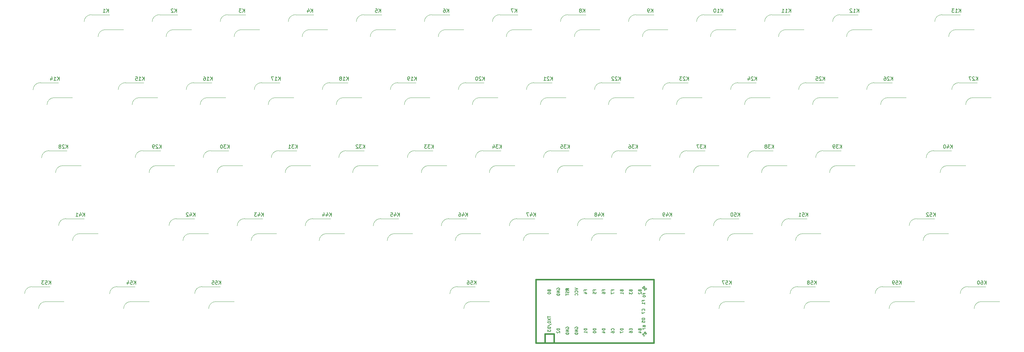
<source format=gbr>
%TF.GenerationSoftware,KiCad,Pcbnew,(5.1.9)-1*%
%TF.CreationDate,2021-02-15T21:30:30-05:00*%
%TF.ProjectId,60percent - Copy,36307065-7263-4656-9e74-202d20436f70,rev?*%
%TF.SameCoordinates,Original*%
%TF.FileFunction,Legend,Bot*%
%TF.FilePolarity,Positive*%
%FSLAX46Y46*%
G04 Gerber Fmt 4.6, Leading zero omitted, Abs format (unit mm)*
G04 Created by KiCad (PCBNEW (5.1.9)-1) date 2021-02-15 21:30:30*
%MOMM*%
%LPD*%
G01*
G04 APERTURE LIST*
%ADD10C,0.120000*%
%ADD11C,0.381000*%
%ADD12C,0.150000*%
G04 APERTURE END LIST*
D10*
%TO.C,K1*%
X95050000Y-71118800D02*
X100150000Y-71118800D01*
X91150000Y-66918800D02*
X96250000Y-66918800D01*
X93050000Y-73118800D02*
G75*
G02*
X95050000Y-71118800I2000000J0D01*
G01*
X89150000Y-68918800D02*
G75*
G02*
X91150000Y-66918800I2000000J0D01*
G01*
%TO.C,K2*%
X110200000Y-66918800D02*
X115300000Y-66918800D01*
X114100000Y-71118800D02*
X119200000Y-71118800D01*
X108200000Y-68918800D02*
G75*
G02*
X110200000Y-66918800I2000000J0D01*
G01*
X112100000Y-73118800D02*
G75*
G02*
X114100000Y-71118800I2000000J0D01*
G01*
%TO.C,K3*%
X129250000Y-66918800D02*
X134350000Y-66918800D01*
X133150000Y-71118800D02*
X138250000Y-71118800D01*
X127250000Y-68918800D02*
G75*
G02*
X129250000Y-66918800I2000000J0D01*
G01*
X131150000Y-73118800D02*
G75*
G02*
X133150000Y-71118800I2000000J0D01*
G01*
%TO.C,K4*%
X152200000Y-71118800D02*
X157300000Y-71118800D01*
X148300000Y-66918800D02*
X153400000Y-66918800D01*
X150200000Y-73118800D02*
G75*
G02*
X152200000Y-71118800I2000000J0D01*
G01*
X146300000Y-68918800D02*
G75*
G02*
X148300000Y-66918800I2000000J0D01*
G01*
%TO.C,K5*%
X167350000Y-66918800D02*
X172450000Y-66918800D01*
X171250000Y-71118800D02*
X176350000Y-71118800D01*
X165350000Y-68918800D02*
G75*
G02*
X167350000Y-66918800I2000000J0D01*
G01*
X169250000Y-73118800D02*
G75*
G02*
X171250000Y-71118800I2000000J0D01*
G01*
%TO.C,K6*%
X190300000Y-71118800D02*
X195400000Y-71118800D01*
X186400000Y-66918800D02*
X191500000Y-66918800D01*
X188300000Y-73118800D02*
G75*
G02*
X190300000Y-71118800I2000000J0D01*
G01*
X184400000Y-68918800D02*
G75*
G02*
X186400000Y-66918800I2000000J0D01*
G01*
%TO.C,K7*%
X209350000Y-71118800D02*
X214450000Y-71118800D01*
X205450000Y-66918800D02*
X210550000Y-66918800D01*
X207350000Y-73118800D02*
G75*
G02*
X209350000Y-71118800I2000000J0D01*
G01*
X203450000Y-68918800D02*
G75*
G02*
X205450000Y-66918800I2000000J0D01*
G01*
%TO.C,K8*%
X228400000Y-71118800D02*
X233500000Y-71118800D01*
X224500000Y-66918800D02*
X229600000Y-66918800D01*
X226400000Y-73118800D02*
G75*
G02*
X228400000Y-71118800I2000000J0D01*
G01*
X222500000Y-68918800D02*
G75*
G02*
X224500000Y-66918800I2000000J0D01*
G01*
%TO.C,K9*%
X243550000Y-66918800D02*
X248650000Y-66918800D01*
X247450000Y-71118800D02*
X252550000Y-71118800D01*
X241550000Y-68918800D02*
G75*
G02*
X243550000Y-66918800I2000000J0D01*
G01*
X245450000Y-73118800D02*
G75*
G02*
X247450000Y-71118800I2000000J0D01*
G01*
%TO.C,K10*%
X262600000Y-66918800D02*
X267700000Y-66918800D01*
X266500000Y-71118800D02*
X271600000Y-71118800D01*
X260600000Y-68918800D02*
G75*
G02*
X262600000Y-66918800I2000000J0D01*
G01*
X264500000Y-73118800D02*
G75*
G02*
X266500000Y-71118800I2000000J0D01*
G01*
%TO.C,K11*%
X285550000Y-71118800D02*
X290650000Y-71118800D01*
X281650000Y-66918800D02*
X286750000Y-66918800D01*
X283550000Y-73118800D02*
G75*
G02*
X285550000Y-71118800I2000000J0D01*
G01*
X279650000Y-68918800D02*
G75*
G02*
X281650000Y-66918800I2000000J0D01*
G01*
%TO.C,K12*%
X304600000Y-71118800D02*
X309700000Y-71118800D01*
X300700000Y-66918800D02*
X305800000Y-66918800D01*
X302600000Y-73118800D02*
G75*
G02*
X304600000Y-71118800I2000000J0D01*
G01*
X298700000Y-68918800D02*
G75*
G02*
X300700000Y-66918800I2000000J0D01*
G01*
%TO.C,K13*%
X329276000Y-66918800D02*
X334376000Y-66918800D01*
X333176000Y-71118800D02*
X338276000Y-71118800D01*
X327276000Y-68918800D02*
G75*
G02*
X329276000Y-66918800I2000000J0D01*
G01*
X331176000Y-73118800D02*
G75*
G02*
X333176000Y-71118800I2000000J0D01*
G01*
%TO.C,K14*%
X76862500Y-85968800D02*
X81962500Y-85968800D01*
X80762500Y-90168800D02*
X85862500Y-90168800D01*
X74862500Y-87968800D02*
G75*
G02*
X76862500Y-85968800I2000000J0D01*
G01*
X78762500Y-92168800D02*
G75*
G02*
X80762500Y-90168800I2000000J0D01*
G01*
%TO.C,K27*%
X337938000Y-90168800D02*
X343038000Y-90168800D01*
X334038000Y-85968800D02*
X339138000Y-85968800D01*
X335938000Y-92168800D02*
G75*
G02*
X337938000Y-90168800I2000000J0D01*
G01*
X332038000Y-87968800D02*
G75*
G02*
X334038000Y-85968800I2000000J0D01*
G01*
%TO.C,K28*%
X79243700Y-105019000D02*
X84343700Y-105019000D01*
X83143700Y-109219000D02*
X88243700Y-109219000D01*
X77243700Y-107019000D02*
G75*
G02*
X79243700Y-105019000I2000000J0D01*
G01*
X81143700Y-111219000D02*
G75*
G02*
X83143700Y-109219000I2000000J0D01*
G01*
%TO.C,K29*%
X105438000Y-105019000D02*
X110538000Y-105019000D01*
X109338000Y-109219000D02*
X114438000Y-109219000D01*
X103438000Y-107019000D02*
G75*
G02*
X105438000Y-105019000I2000000J0D01*
G01*
X107338000Y-111219000D02*
G75*
G02*
X109338000Y-109219000I2000000J0D01*
G01*
%TO.C,K30*%
X128388000Y-109219000D02*
X133488000Y-109219000D01*
X124488000Y-105019000D02*
X129588000Y-105019000D01*
X126388000Y-111219000D02*
G75*
G02*
X128388000Y-109219000I2000000J0D01*
G01*
X122488000Y-107019000D02*
G75*
G02*
X124488000Y-105019000I2000000J0D01*
G01*
%TO.C,K31*%
X147438000Y-109219000D02*
X152538000Y-109219000D01*
X143538000Y-105019000D02*
X148638000Y-105019000D01*
X145438000Y-111219000D02*
G75*
G02*
X147438000Y-109219000I2000000J0D01*
G01*
X141538000Y-107019000D02*
G75*
G02*
X143538000Y-105019000I2000000J0D01*
G01*
%TO.C,K32*%
X166328000Y-109219000D02*
X171428000Y-109219000D01*
X162428000Y-105019000D02*
X167528000Y-105019000D01*
X164328000Y-111219000D02*
G75*
G02*
X166328000Y-109219000I2000000J0D01*
G01*
X160428000Y-107019000D02*
G75*
G02*
X162428000Y-105019000I2000000J0D01*
G01*
%TO.C,K33*%
X181638000Y-105019000D02*
X186738000Y-105019000D01*
X185538000Y-109219000D02*
X190638000Y-109219000D01*
X179638000Y-107019000D02*
G75*
G02*
X181638000Y-105019000I2000000J0D01*
G01*
X183538000Y-111219000D02*
G75*
G02*
X185538000Y-109219000I2000000J0D01*
G01*
%TO.C,K34*%
X204588000Y-109219000D02*
X209688000Y-109219000D01*
X200688000Y-105019000D02*
X205788000Y-105019000D01*
X202588000Y-111219000D02*
G75*
G02*
X204588000Y-109219000I2000000J0D01*
G01*
X198688000Y-107019000D02*
G75*
G02*
X200688000Y-105019000I2000000J0D01*
G01*
%TO.C,K35*%
X223638000Y-109219000D02*
X228738000Y-109219000D01*
X219738000Y-105019000D02*
X224838000Y-105019000D01*
X221638000Y-111219000D02*
G75*
G02*
X223638000Y-109219000I2000000J0D01*
G01*
X217738000Y-107019000D02*
G75*
G02*
X219738000Y-105019000I2000000J0D01*
G01*
%TO.C,K36*%
X238788000Y-105019000D02*
X243888000Y-105019000D01*
X242688000Y-109219000D02*
X247788000Y-109219000D01*
X236788000Y-107019000D02*
G75*
G02*
X238788000Y-105019000I2000000J0D01*
G01*
X240688000Y-111219000D02*
G75*
G02*
X242688000Y-109219000I2000000J0D01*
G01*
%TO.C,K37*%
X257838000Y-105019000D02*
X262938000Y-105019000D01*
X261738000Y-109219000D02*
X266838000Y-109219000D01*
X255838000Y-107019000D02*
G75*
G02*
X257838000Y-105019000I2000000J0D01*
G01*
X259738000Y-111219000D02*
G75*
G02*
X261738000Y-109219000I2000000J0D01*
G01*
%TO.C,K38*%
X276888000Y-105019000D02*
X281988000Y-105019000D01*
X280788000Y-109219000D02*
X285888000Y-109219000D01*
X274888000Y-107019000D02*
G75*
G02*
X276888000Y-105019000I2000000J0D01*
G01*
X278788000Y-111219000D02*
G75*
G02*
X280788000Y-109219000I2000000J0D01*
G01*
%TO.C,K39*%
X295938000Y-105019000D02*
X301038000Y-105019000D01*
X299838000Y-109219000D02*
X304938000Y-109219000D01*
X293938000Y-107019000D02*
G75*
G02*
X295938000Y-105019000I2000000J0D01*
G01*
X297838000Y-111219000D02*
G75*
G02*
X299838000Y-109219000I2000000J0D01*
G01*
%TO.C,K40*%
X326894000Y-105019000D02*
X331994000Y-105019000D01*
X330794000Y-109219000D02*
X335894000Y-109219000D01*
X324894000Y-107019000D02*
G75*
G02*
X326894000Y-105019000I2000000J0D01*
G01*
X328794000Y-111219000D02*
G75*
G02*
X330794000Y-109219000I2000000J0D01*
G01*
%TO.C,K41*%
X87906300Y-128269000D02*
X93006300Y-128269000D01*
X84006300Y-124069000D02*
X89106300Y-124069000D01*
X85906300Y-130269000D02*
G75*
G02*
X87906300Y-128269000I2000000J0D01*
G01*
X82006300Y-126069000D02*
G75*
G02*
X84006300Y-124069000I2000000J0D01*
G01*
%TO.C,K42*%
X114904000Y-124069000D02*
X120004000Y-124069000D01*
X118804000Y-128269000D02*
X123904000Y-128269000D01*
X112904000Y-126069000D02*
G75*
G02*
X114904000Y-124069000I2000000J0D01*
G01*
X116804000Y-130269000D02*
G75*
G02*
X118804000Y-128269000I2000000J0D01*
G01*
%TO.C,K43*%
X134012000Y-124069000D02*
X139112000Y-124069000D01*
X137912000Y-128269000D02*
X143012000Y-128269000D01*
X132012000Y-126069000D02*
G75*
G02*
X134012000Y-124069000I2000000J0D01*
G01*
X135912000Y-130269000D02*
G75*
G02*
X137912000Y-128269000I2000000J0D01*
G01*
%TO.C,K44*%
X153062000Y-124069000D02*
X158162000Y-124069000D01*
X156962000Y-128269000D02*
X162062000Y-128269000D01*
X151062000Y-126069000D02*
G75*
G02*
X153062000Y-124069000I2000000J0D01*
G01*
X154962000Y-130269000D02*
G75*
G02*
X156962000Y-128269000I2000000J0D01*
G01*
%TO.C,K45*%
X176012000Y-128269000D02*
X181112000Y-128269000D01*
X172112000Y-124069000D02*
X177212000Y-124069000D01*
X174012000Y-130269000D02*
G75*
G02*
X176012000Y-128269000I2000000J0D01*
G01*
X170112000Y-126069000D02*
G75*
G02*
X172112000Y-124069000I2000000J0D01*
G01*
%TO.C,K46*%
X195062000Y-128269000D02*
X200162000Y-128269000D01*
X191162000Y-124069000D02*
X196262000Y-124069000D01*
X193062000Y-130269000D02*
G75*
G02*
X195062000Y-128269000I2000000J0D01*
G01*
X189162000Y-126069000D02*
G75*
G02*
X191162000Y-124069000I2000000J0D01*
G01*
%TO.C,K47*%
X214112000Y-128269000D02*
X219212000Y-128269000D01*
X210212000Y-124069000D02*
X215312000Y-124069000D01*
X212112000Y-130269000D02*
G75*
G02*
X214112000Y-128269000I2000000J0D01*
G01*
X208212000Y-126069000D02*
G75*
G02*
X210212000Y-124069000I2000000J0D01*
G01*
%TO.C,K48*%
X233162000Y-128269000D02*
X238262000Y-128269000D01*
X229262000Y-124069000D02*
X234362000Y-124069000D01*
X231162000Y-130269000D02*
G75*
G02*
X233162000Y-128269000I2000000J0D01*
G01*
X227262000Y-126069000D02*
G75*
G02*
X229262000Y-124069000I2000000J0D01*
G01*
%TO.C,K49*%
X248312000Y-124069000D02*
X253412000Y-124069000D01*
X252212000Y-128269000D02*
X257312000Y-128269000D01*
X246312000Y-126069000D02*
G75*
G02*
X248312000Y-124069000I2000000J0D01*
G01*
X250212000Y-130269000D02*
G75*
G02*
X252212000Y-128269000I2000000J0D01*
G01*
%TO.C,K50*%
X267362000Y-124069000D02*
X272462000Y-124069000D01*
X271262000Y-128269000D02*
X276362000Y-128269000D01*
X265362000Y-126069000D02*
G75*
G02*
X267362000Y-124069000I2000000J0D01*
G01*
X269262000Y-130269000D02*
G75*
G02*
X271262000Y-128269000I2000000J0D01*
G01*
%TO.C,K51*%
X286412000Y-124069000D02*
X291512000Y-124069000D01*
X290312000Y-128269000D02*
X295412000Y-128269000D01*
X284412000Y-126069000D02*
G75*
G02*
X286412000Y-124069000I2000000J0D01*
G01*
X288312000Y-130269000D02*
G75*
G02*
X290312000Y-128269000I2000000J0D01*
G01*
%TO.C,K52*%
X322132000Y-124069000D02*
X327232000Y-124069000D01*
X326032000Y-128269000D02*
X331132000Y-128269000D01*
X320132000Y-126069000D02*
G75*
G02*
X322132000Y-124069000I2000000J0D01*
G01*
X324032000Y-130269000D02*
G75*
G02*
X326032000Y-128269000I2000000J0D01*
G01*
%TO.C,K53*%
X78381300Y-147319000D02*
X83481300Y-147319000D01*
X74481300Y-143119000D02*
X79581300Y-143119000D01*
X76381300Y-149319000D02*
G75*
G02*
X78381300Y-147319000I2000000J0D01*
G01*
X72481300Y-145119000D02*
G75*
G02*
X74481300Y-143119000I2000000J0D01*
G01*
%TO.C,K54*%
X98294000Y-143119000D02*
X103394000Y-143119000D01*
X102194000Y-147319000D02*
X107294000Y-147319000D01*
X96294000Y-145119000D02*
G75*
G02*
X98294000Y-143119000I2000000J0D01*
G01*
X100194000Y-149319000D02*
G75*
G02*
X102194000Y-147319000I2000000J0D01*
G01*
%TO.C,K55*%
X122106000Y-143119000D02*
X127206000Y-143119000D01*
X126006000Y-147319000D02*
X131106000Y-147319000D01*
X120106000Y-145119000D02*
G75*
G02*
X122106000Y-143119000I2000000J0D01*
G01*
X124006000Y-149319000D02*
G75*
G02*
X126006000Y-147319000I2000000J0D01*
G01*
%TO.C,K56*%
X193544000Y-143119000D02*
X198644000Y-143119000D01*
X197444000Y-147319000D02*
X202544000Y-147319000D01*
X191544000Y-145119000D02*
G75*
G02*
X193544000Y-143119000I2000000J0D01*
G01*
X195444000Y-149319000D02*
G75*
G02*
X197444000Y-147319000I2000000J0D01*
G01*
%TO.C,K57*%
X264982000Y-143119000D02*
X270082000Y-143119000D01*
X268882000Y-147319000D02*
X273982000Y-147319000D01*
X262982000Y-145119000D02*
G75*
G02*
X264982000Y-143119000I2000000J0D01*
G01*
X266882000Y-149319000D02*
G75*
G02*
X268882000Y-147319000I2000000J0D01*
G01*
%TO.C,K58*%
X292694000Y-147319000D02*
X297794000Y-147319000D01*
X288794000Y-143119000D02*
X293894000Y-143119000D01*
X290694000Y-149319000D02*
G75*
G02*
X292694000Y-147319000I2000000J0D01*
G01*
X286794000Y-145119000D02*
G75*
G02*
X288794000Y-143119000I2000000J0D01*
G01*
%TO.C,K59*%
X312606000Y-143119000D02*
X317706000Y-143119000D01*
X316506000Y-147319000D02*
X321606000Y-147319000D01*
X310606000Y-145119000D02*
G75*
G02*
X312606000Y-143119000I2000000J0D01*
G01*
X314506000Y-149319000D02*
G75*
G02*
X316506000Y-147319000I2000000J0D01*
G01*
%TO.C,K60*%
X340318000Y-147319000D02*
X345418000Y-147319000D01*
X336418000Y-143119000D02*
X341518000Y-143119000D01*
X338318000Y-149319000D02*
G75*
G02*
X340318000Y-147319000I2000000J0D01*
G01*
X334418000Y-145119000D02*
G75*
G02*
X336418000Y-143119000I2000000J0D01*
G01*
D11*
%TO.C,U1*%
X220662000Y-156369000D02*
X220662000Y-158909000D01*
X218122000Y-156369000D02*
X220662000Y-156369000D01*
D12*
G36*
X224411030Y-143974365D02*
G01*
X224511030Y-143974365D01*
X224511030Y-143874365D01*
X224411030Y-143874365D01*
X224411030Y-143974365D01*
G37*
X224411030Y-143974365D02*
X224511030Y-143974365D01*
X224511030Y-143874365D01*
X224411030Y-143874365D01*
X224411030Y-143974365D01*
G36*
X224011030Y-143774365D02*
G01*
X224811030Y-143774365D01*
X224811030Y-143674365D01*
X224011030Y-143674365D01*
X224011030Y-143774365D01*
G37*
X224011030Y-143774365D02*
X224811030Y-143774365D01*
X224811030Y-143674365D01*
X224011030Y-143674365D01*
X224011030Y-143774365D01*
G36*
X224611030Y-144174365D02*
G01*
X224811030Y-144174365D01*
X224811030Y-144074365D01*
X224611030Y-144074365D01*
X224611030Y-144174365D01*
G37*
X224611030Y-144174365D02*
X224811030Y-144174365D01*
X224811030Y-144074365D01*
X224611030Y-144074365D01*
X224611030Y-144174365D01*
G36*
X224011030Y-144174365D02*
G01*
X224311030Y-144174365D01*
X224311030Y-144074365D01*
X224011030Y-144074365D01*
X224011030Y-144174365D01*
G37*
X224011030Y-144174365D02*
X224311030Y-144174365D01*
X224311030Y-144074365D01*
X224011030Y-144074365D01*
X224011030Y-144174365D01*
G36*
X224011030Y-144174365D02*
G01*
X224111030Y-144174365D01*
X224111030Y-143674365D01*
X224011030Y-143674365D01*
X224011030Y-144174365D01*
G37*
X224011030Y-144174365D02*
X224111030Y-144174365D01*
X224111030Y-143674365D01*
X224011030Y-143674365D01*
X224011030Y-144174365D01*
D11*
X248602000Y-141129000D02*
X215582000Y-141129000D01*
X248602000Y-158909000D02*
X248602000Y-141129000D01*
X215582000Y-158909000D02*
X248602000Y-158909000D01*
X215582000Y-141129000D02*
X215582000Y-158909000D01*
X218122000Y-156369000D02*
X218122000Y-158909000D01*
D10*
%TO.C,K15*%
X100675000Y-85968800D02*
X105775000Y-85968800D01*
X104575000Y-90168800D02*
X109675000Y-90168800D01*
X102575000Y-92168800D02*
G75*
G02*
X104575000Y-90168800I2000000J0D01*
G01*
X98675000Y-87968800D02*
G75*
G02*
X100675000Y-85968800I2000000J0D01*
G01*
%TO.C,K16*%
X123625000Y-90168800D02*
X128725000Y-90168800D01*
X119725000Y-85968800D02*
X124825000Y-85968800D01*
X117725000Y-87968800D02*
G75*
G02*
X119725000Y-85968800I2000000J0D01*
G01*
X121625000Y-92168800D02*
G75*
G02*
X123625000Y-90168800I2000000J0D01*
G01*
%TO.C,K17*%
X138775000Y-85968800D02*
X143875000Y-85968800D01*
X142675000Y-90168800D02*
X147775000Y-90168800D01*
X140675000Y-92168800D02*
G75*
G02*
X142675000Y-90168800I2000000J0D01*
G01*
X136775000Y-87968800D02*
G75*
G02*
X138775000Y-85968800I2000000J0D01*
G01*
%TO.C,K18*%
X161726000Y-90168800D02*
X166826000Y-90168800D01*
X157826000Y-85968800D02*
X162926000Y-85968800D01*
X155826000Y-87968800D02*
G75*
G02*
X157826000Y-85968800I2000000J0D01*
G01*
X159726000Y-92168800D02*
G75*
G02*
X161726000Y-90168800I2000000J0D01*
G01*
%TO.C,K19*%
X180776000Y-90168800D02*
X185876000Y-90168800D01*
X176876000Y-85968800D02*
X181976000Y-85968800D01*
X174876000Y-87968800D02*
G75*
G02*
X176876000Y-85968800I2000000J0D01*
G01*
X178776000Y-92168800D02*
G75*
G02*
X180776000Y-90168800I2000000J0D01*
G01*
%TO.C,K20*%
X195926000Y-85968800D02*
X201026000Y-85968800D01*
X199826000Y-90168800D02*
X204926000Y-90168800D01*
X197826000Y-92168800D02*
G75*
G02*
X199826000Y-90168800I2000000J0D01*
G01*
X193926000Y-87968800D02*
G75*
G02*
X195926000Y-85968800I2000000J0D01*
G01*
%TO.C,K21*%
X214976000Y-85968800D02*
X220076000Y-85968800D01*
X218876000Y-90168800D02*
X223976000Y-90168800D01*
X216876000Y-92168800D02*
G75*
G02*
X218876000Y-90168800I2000000J0D01*
G01*
X212976000Y-87968800D02*
G75*
G02*
X214976000Y-85968800I2000000J0D01*
G01*
%TO.C,K22*%
X237926000Y-90168800D02*
X243026000Y-90168800D01*
X234026000Y-85968800D02*
X239126000Y-85968800D01*
X232026000Y-87968800D02*
G75*
G02*
X234026000Y-85968800I2000000J0D01*
G01*
X235926000Y-92168800D02*
G75*
G02*
X237926000Y-90168800I2000000J0D01*
G01*
%TO.C,K23*%
X256976000Y-90168800D02*
X262076000Y-90168800D01*
X253076000Y-85968800D02*
X258176000Y-85968800D01*
X251076000Y-87968800D02*
G75*
G02*
X253076000Y-85968800I2000000J0D01*
G01*
X254976000Y-92168800D02*
G75*
G02*
X256976000Y-90168800I2000000J0D01*
G01*
%TO.C,K24*%
X276026000Y-90168800D02*
X281126000Y-90168800D01*
X272126000Y-85968800D02*
X277226000Y-85968800D01*
X270126000Y-87968800D02*
G75*
G02*
X272126000Y-85968800I2000000J0D01*
G01*
X274026000Y-92168800D02*
G75*
G02*
X276026000Y-90168800I2000000J0D01*
G01*
%TO.C,K25*%
X291176000Y-85968800D02*
X296276000Y-85968800D01*
X295076000Y-90168800D02*
X300176000Y-90168800D01*
X293076000Y-92168800D02*
G75*
G02*
X295076000Y-90168800I2000000J0D01*
G01*
X289176000Y-87968800D02*
G75*
G02*
X291176000Y-85968800I2000000J0D01*
G01*
%TO.C,K26*%
X310226000Y-85968800D02*
X315326000Y-85968800D01*
X314126000Y-90168800D02*
X319226000Y-90168800D01*
X312126000Y-92168800D02*
G75*
G02*
X314126000Y-90168800I2000000J0D01*
G01*
X308226000Y-87968800D02*
G75*
G02*
X310226000Y-85968800I2000000J0D01*
G01*
%TO.C,K1*%
D12*
X95988095Y-66271180D02*
X95988095Y-65271180D01*
X95416666Y-66271180D02*
X95845238Y-65699752D01*
X95416666Y-65271180D02*
X95988095Y-65842609D01*
X94464285Y-66271180D02*
X95035714Y-66271180D01*
X94750000Y-66271180D02*
X94750000Y-65271180D01*
X94845238Y-65414038D01*
X94940476Y-65509276D01*
X95035714Y-65556895D01*
%TO.C,K2*%
X115038095Y-66271180D02*
X115038095Y-65271180D01*
X114466666Y-66271180D02*
X114895238Y-65699752D01*
X114466666Y-65271180D02*
X115038095Y-65842609D01*
X114085714Y-65366419D02*
X114038095Y-65318800D01*
X113942857Y-65271180D01*
X113704761Y-65271180D01*
X113609523Y-65318800D01*
X113561904Y-65366419D01*
X113514285Y-65461657D01*
X113514285Y-65556895D01*
X113561904Y-65699752D01*
X114133333Y-66271180D01*
X113514285Y-66271180D01*
%TO.C,K3*%
X134088095Y-66271180D02*
X134088095Y-65271180D01*
X133516666Y-66271180D02*
X133945238Y-65699752D01*
X133516666Y-65271180D02*
X134088095Y-65842609D01*
X133183333Y-65271180D02*
X132564285Y-65271180D01*
X132897619Y-65652133D01*
X132754761Y-65652133D01*
X132659523Y-65699752D01*
X132611904Y-65747371D01*
X132564285Y-65842609D01*
X132564285Y-66080704D01*
X132611904Y-66175942D01*
X132659523Y-66223561D01*
X132754761Y-66271180D01*
X133040476Y-66271180D01*
X133135714Y-66223561D01*
X133183333Y-66175942D01*
%TO.C,K4*%
X153138095Y-66271180D02*
X153138095Y-65271180D01*
X152566666Y-66271180D02*
X152995238Y-65699752D01*
X152566666Y-65271180D02*
X153138095Y-65842609D01*
X151709523Y-65604514D02*
X151709523Y-66271180D01*
X151947619Y-65223561D02*
X152185714Y-65937847D01*
X151566666Y-65937847D01*
%TO.C,K5*%
X172188095Y-66271180D02*
X172188095Y-65271180D01*
X171616666Y-66271180D02*
X172045238Y-65699752D01*
X171616666Y-65271180D02*
X172188095Y-65842609D01*
X170711904Y-65271180D02*
X171188095Y-65271180D01*
X171235714Y-65747371D01*
X171188095Y-65699752D01*
X171092857Y-65652133D01*
X170854761Y-65652133D01*
X170759523Y-65699752D01*
X170711904Y-65747371D01*
X170664285Y-65842609D01*
X170664285Y-66080704D01*
X170711904Y-66175942D01*
X170759523Y-66223561D01*
X170854761Y-66271180D01*
X171092857Y-66271180D01*
X171188095Y-66223561D01*
X171235714Y-66175942D01*
%TO.C,K6*%
X191238095Y-66271180D02*
X191238095Y-65271180D01*
X190666666Y-66271180D02*
X191095238Y-65699752D01*
X190666666Y-65271180D02*
X191238095Y-65842609D01*
X189809523Y-65271180D02*
X190000000Y-65271180D01*
X190095238Y-65318800D01*
X190142857Y-65366419D01*
X190238095Y-65509276D01*
X190285714Y-65699752D01*
X190285714Y-66080704D01*
X190238095Y-66175942D01*
X190190476Y-66223561D01*
X190095238Y-66271180D01*
X189904761Y-66271180D01*
X189809523Y-66223561D01*
X189761904Y-66175942D01*
X189714285Y-66080704D01*
X189714285Y-65842609D01*
X189761904Y-65747371D01*
X189809523Y-65699752D01*
X189904761Y-65652133D01*
X190095238Y-65652133D01*
X190190476Y-65699752D01*
X190238095Y-65747371D01*
X190285714Y-65842609D01*
%TO.C,K7*%
X210288095Y-66271180D02*
X210288095Y-65271180D01*
X209716666Y-66271180D02*
X210145238Y-65699752D01*
X209716666Y-65271180D02*
X210288095Y-65842609D01*
X209383333Y-65271180D02*
X208716666Y-65271180D01*
X209145238Y-66271180D01*
%TO.C,K8*%
X229338095Y-66271180D02*
X229338095Y-65271180D01*
X228766666Y-66271180D02*
X229195238Y-65699752D01*
X228766666Y-65271180D02*
X229338095Y-65842609D01*
X228195238Y-65699752D02*
X228290476Y-65652133D01*
X228338095Y-65604514D01*
X228385714Y-65509276D01*
X228385714Y-65461657D01*
X228338095Y-65366419D01*
X228290476Y-65318800D01*
X228195238Y-65271180D01*
X228004761Y-65271180D01*
X227909523Y-65318800D01*
X227861904Y-65366419D01*
X227814285Y-65461657D01*
X227814285Y-65509276D01*
X227861904Y-65604514D01*
X227909523Y-65652133D01*
X228004761Y-65699752D01*
X228195238Y-65699752D01*
X228290476Y-65747371D01*
X228338095Y-65794990D01*
X228385714Y-65890228D01*
X228385714Y-66080704D01*
X228338095Y-66175942D01*
X228290476Y-66223561D01*
X228195238Y-66271180D01*
X228004761Y-66271180D01*
X227909523Y-66223561D01*
X227861904Y-66175942D01*
X227814285Y-66080704D01*
X227814285Y-65890228D01*
X227861904Y-65794990D01*
X227909523Y-65747371D01*
X228004761Y-65699752D01*
%TO.C,K9*%
X248388095Y-66271180D02*
X248388095Y-65271180D01*
X247816666Y-66271180D02*
X248245238Y-65699752D01*
X247816666Y-65271180D02*
X248388095Y-65842609D01*
X247340476Y-66271180D02*
X247150000Y-66271180D01*
X247054761Y-66223561D01*
X247007142Y-66175942D01*
X246911904Y-66033085D01*
X246864285Y-65842609D01*
X246864285Y-65461657D01*
X246911904Y-65366419D01*
X246959523Y-65318800D01*
X247054761Y-65271180D01*
X247245238Y-65271180D01*
X247340476Y-65318800D01*
X247388095Y-65366419D01*
X247435714Y-65461657D01*
X247435714Y-65699752D01*
X247388095Y-65794990D01*
X247340476Y-65842609D01*
X247245238Y-65890228D01*
X247054761Y-65890228D01*
X246959523Y-65842609D01*
X246911904Y-65794990D01*
X246864285Y-65699752D01*
%TO.C,K10*%
X267914285Y-66271180D02*
X267914285Y-65271180D01*
X267342857Y-66271180D02*
X267771428Y-65699752D01*
X267342857Y-65271180D02*
X267914285Y-65842609D01*
X266390476Y-66271180D02*
X266961904Y-66271180D01*
X266676190Y-66271180D02*
X266676190Y-65271180D01*
X266771428Y-65414038D01*
X266866666Y-65509276D01*
X266961904Y-65556895D01*
X265771428Y-65271180D02*
X265676190Y-65271180D01*
X265580952Y-65318800D01*
X265533333Y-65366419D01*
X265485714Y-65461657D01*
X265438095Y-65652133D01*
X265438095Y-65890228D01*
X265485714Y-66080704D01*
X265533333Y-66175942D01*
X265580952Y-66223561D01*
X265676190Y-66271180D01*
X265771428Y-66271180D01*
X265866666Y-66223561D01*
X265914285Y-66175942D01*
X265961904Y-66080704D01*
X266009523Y-65890228D01*
X266009523Y-65652133D01*
X265961904Y-65461657D01*
X265914285Y-65366419D01*
X265866666Y-65318800D01*
X265771428Y-65271180D01*
%TO.C,K11*%
X286964285Y-66271180D02*
X286964285Y-65271180D01*
X286392857Y-66271180D02*
X286821428Y-65699752D01*
X286392857Y-65271180D02*
X286964285Y-65842609D01*
X285440476Y-66271180D02*
X286011904Y-66271180D01*
X285726190Y-66271180D02*
X285726190Y-65271180D01*
X285821428Y-65414038D01*
X285916666Y-65509276D01*
X286011904Y-65556895D01*
X284488095Y-66271180D02*
X285059523Y-66271180D01*
X284773809Y-66271180D02*
X284773809Y-65271180D01*
X284869047Y-65414038D01*
X284964285Y-65509276D01*
X285059523Y-65556895D01*
%TO.C,K12*%
X306014285Y-66271180D02*
X306014285Y-65271180D01*
X305442857Y-66271180D02*
X305871428Y-65699752D01*
X305442857Y-65271180D02*
X306014285Y-65842609D01*
X304490476Y-66271180D02*
X305061904Y-66271180D01*
X304776190Y-66271180D02*
X304776190Y-65271180D01*
X304871428Y-65414038D01*
X304966666Y-65509276D01*
X305061904Y-65556895D01*
X304109523Y-65366419D02*
X304061904Y-65318800D01*
X303966666Y-65271180D01*
X303728571Y-65271180D01*
X303633333Y-65318800D01*
X303585714Y-65366419D01*
X303538095Y-65461657D01*
X303538095Y-65556895D01*
X303585714Y-65699752D01*
X304157142Y-66271180D01*
X303538095Y-66271180D01*
%TO.C,K13*%
X334590285Y-66271180D02*
X334590285Y-65271180D01*
X334018857Y-66271180D02*
X334447428Y-65699752D01*
X334018857Y-65271180D02*
X334590285Y-65842609D01*
X333066476Y-66271180D02*
X333637904Y-66271180D01*
X333352190Y-66271180D02*
X333352190Y-65271180D01*
X333447428Y-65414038D01*
X333542666Y-65509276D01*
X333637904Y-65556895D01*
X332733142Y-65271180D02*
X332114095Y-65271180D01*
X332447428Y-65652133D01*
X332304571Y-65652133D01*
X332209333Y-65699752D01*
X332161714Y-65747371D01*
X332114095Y-65842609D01*
X332114095Y-66080704D01*
X332161714Y-66175942D01*
X332209333Y-66223561D01*
X332304571Y-66271180D01*
X332590285Y-66271180D01*
X332685523Y-66223561D01*
X332733142Y-66175942D01*
%TO.C,K14*%
X82176785Y-85321180D02*
X82176785Y-84321180D01*
X81605357Y-85321180D02*
X82033928Y-84749752D01*
X81605357Y-84321180D02*
X82176785Y-84892609D01*
X80652976Y-85321180D02*
X81224404Y-85321180D01*
X80938690Y-85321180D02*
X80938690Y-84321180D01*
X81033928Y-84464038D01*
X81129166Y-84559276D01*
X81224404Y-84606895D01*
X79795833Y-84654514D02*
X79795833Y-85321180D01*
X80033928Y-84273561D02*
X80272023Y-84987847D01*
X79652976Y-84987847D01*
%TO.C,K27*%
X339352285Y-85321180D02*
X339352285Y-84321180D01*
X338780857Y-85321180D02*
X339209428Y-84749752D01*
X338780857Y-84321180D02*
X339352285Y-84892609D01*
X338399904Y-84416419D02*
X338352285Y-84368800D01*
X338257047Y-84321180D01*
X338018952Y-84321180D01*
X337923714Y-84368800D01*
X337876095Y-84416419D01*
X337828476Y-84511657D01*
X337828476Y-84606895D01*
X337876095Y-84749752D01*
X338447523Y-85321180D01*
X337828476Y-85321180D01*
X337495142Y-84321180D02*
X336828476Y-84321180D01*
X337257047Y-85321180D01*
%TO.C,K28*%
X84557985Y-104371380D02*
X84557985Y-103371380D01*
X83986557Y-104371380D02*
X84415128Y-103799952D01*
X83986557Y-103371380D02*
X84557985Y-103942809D01*
X83605604Y-103466619D02*
X83557985Y-103419000D01*
X83462747Y-103371380D01*
X83224652Y-103371380D01*
X83129414Y-103419000D01*
X83081795Y-103466619D01*
X83034176Y-103561857D01*
X83034176Y-103657095D01*
X83081795Y-103799952D01*
X83653223Y-104371380D01*
X83034176Y-104371380D01*
X82462747Y-103799952D02*
X82557985Y-103752333D01*
X82605604Y-103704714D01*
X82653223Y-103609476D01*
X82653223Y-103561857D01*
X82605604Y-103466619D01*
X82557985Y-103419000D01*
X82462747Y-103371380D01*
X82272271Y-103371380D01*
X82177033Y-103419000D01*
X82129414Y-103466619D01*
X82081795Y-103561857D01*
X82081795Y-103609476D01*
X82129414Y-103704714D01*
X82177033Y-103752333D01*
X82272271Y-103799952D01*
X82462747Y-103799952D01*
X82557985Y-103847571D01*
X82605604Y-103895190D01*
X82653223Y-103990428D01*
X82653223Y-104180904D01*
X82605604Y-104276142D01*
X82557985Y-104323761D01*
X82462747Y-104371380D01*
X82272271Y-104371380D01*
X82177033Y-104323761D01*
X82129414Y-104276142D01*
X82081795Y-104180904D01*
X82081795Y-103990428D01*
X82129414Y-103895190D01*
X82177033Y-103847571D01*
X82272271Y-103799952D01*
%TO.C,K29*%
X110752285Y-104371380D02*
X110752285Y-103371380D01*
X110180857Y-104371380D02*
X110609428Y-103799952D01*
X110180857Y-103371380D02*
X110752285Y-103942809D01*
X109799904Y-103466619D02*
X109752285Y-103419000D01*
X109657047Y-103371380D01*
X109418952Y-103371380D01*
X109323714Y-103419000D01*
X109276095Y-103466619D01*
X109228476Y-103561857D01*
X109228476Y-103657095D01*
X109276095Y-103799952D01*
X109847523Y-104371380D01*
X109228476Y-104371380D01*
X108752285Y-104371380D02*
X108561809Y-104371380D01*
X108466571Y-104323761D01*
X108418952Y-104276142D01*
X108323714Y-104133285D01*
X108276095Y-103942809D01*
X108276095Y-103561857D01*
X108323714Y-103466619D01*
X108371333Y-103419000D01*
X108466571Y-103371380D01*
X108657047Y-103371380D01*
X108752285Y-103419000D01*
X108799904Y-103466619D01*
X108847523Y-103561857D01*
X108847523Y-103799952D01*
X108799904Y-103895190D01*
X108752285Y-103942809D01*
X108657047Y-103990428D01*
X108466571Y-103990428D01*
X108371333Y-103942809D01*
X108323714Y-103895190D01*
X108276095Y-103799952D01*
%TO.C,K30*%
X129802285Y-104371380D02*
X129802285Y-103371380D01*
X129230857Y-104371380D02*
X129659428Y-103799952D01*
X129230857Y-103371380D02*
X129802285Y-103942809D01*
X128897523Y-103371380D02*
X128278476Y-103371380D01*
X128611809Y-103752333D01*
X128468952Y-103752333D01*
X128373714Y-103799952D01*
X128326095Y-103847571D01*
X128278476Y-103942809D01*
X128278476Y-104180904D01*
X128326095Y-104276142D01*
X128373714Y-104323761D01*
X128468952Y-104371380D01*
X128754666Y-104371380D01*
X128849904Y-104323761D01*
X128897523Y-104276142D01*
X127659428Y-103371380D02*
X127564190Y-103371380D01*
X127468952Y-103419000D01*
X127421333Y-103466619D01*
X127373714Y-103561857D01*
X127326095Y-103752333D01*
X127326095Y-103990428D01*
X127373714Y-104180904D01*
X127421333Y-104276142D01*
X127468952Y-104323761D01*
X127564190Y-104371380D01*
X127659428Y-104371380D01*
X127754666Y-104323761D01*
X127802285Y-104276142D01*
X127849904Y-104180904D01*
X127897523Y-103990428D01*
X127897523Y-103752333D01*
X127849904Y-103561857D01*
X127802285Y-103466619D01*
X127754666Y-103419000D01*
X127659428Y-103371380D01*
%TO.C,K31*%
X148852285Y-104371380D02*
X148852285Y-103371380D01*
X148280857Y-104371380D02*
X148709428Y-103799952D01*
X148280857Y-103371380D02*
X148852285Y-103942809D01*
X147947523Y-103371380D02*
X147328476Y-103371380D01*
X147661809Y-103752333D01*
X147518952Y-103752333D01*
X147423714Y-103799952D01*
X147376095Y-103847571D01*
X147328476Y-103942809D01*
X147328476Y-104180904D01*
X147376095Y-104276142D01*
X147423714Y-104323761D01*
X147518952Y-104371380D01*
X147804666Y-104371380D01*
X147899904Y-104323761D01*
X147947523Y-104276142D01*
X146376095Y-104371380D02*
X146947523Y-104371380D01*
X146661809Y-104371380D02*
X146661809Y-103371380D01*
X146757047Y-103514238D01*
X146852285Y-103609476D01*
X146947523Y-103657095D01*
%TO.C,K32*%
X167742285Y-104371380D02*
X167742285Y-103371380D01*
X167170857Y-104371380D02*
X167599428Y-103799952D01*
X167170857Y-103371380D02*
X167742285Y-103942809D01*
X166837523Y-103371380D02*
X166218476Y-103371380D01*
X166551809Y-103752333D01*
X166408952Y-103752333D01*
X166313714Y-103799952D01*
X166266095Y-103847571D01*
X166218476Y-103942809D01*
X166218476Y-104180904D01*
X166266095Y-104276142D01*
X166313714Y-104323761D01*
X166408952Y-104371380D01*
X166694666Y-104371380D01*
X166789904Y-104323761D01*
X166837523Y-104276142D01*
X165837523Y-103466619D02*
X165789904Y-103419000D01*
X165694666Y-103371380D01*
X165456571Y-103371380D01*
X165361333Y-103419000D01*
X165313714Y-103466619D01*
X165266095Y-103561857D01*
X165266095Y-103657095D01*
X165313714Y-103799952D01*
X165885142Y-104371380D01*
X165266095Y-104371380D01*
%TO.C,K33*%
X186952285Y-104371380D02*
X186952285Y-103371380D01*
X186380857Y-104371380D02*
X186809428Y-103799952D01*
X186380857Y-103371380D02*
X186952285Y-103942809D01*
X186047523Y-103371380D02*
X185428476Y-103371380D01*
X185761809Y-103752333D01*
X185618952Y-103752333D01*
X185523714Y-103799952D01*
X185476095Y-103847571D01*
X185428476Y-103942809D01*
X185428476Y-104180904D01*
X185476095Y-104276142D01*
X185523714Y-104323761D01*
X185618952Y-104371380D01*
X185904666Y-104371380D01*
X185999904Y-104323761D01*
X186047523Y-104276142D01*
X185095142Y-103371380D02*
X184476095Y-103371380D01*
X184809428Y-103752333D01*
X184666571Y-103752333D01*
X184571333Y-103799952D01*
X184523714Y-103847571D01*
X184476095Y-103942809D01*
X184476095Y-104180904D01*
X184523714Y-104276142D01*
X184571333Y-104323761D01*
X184666571Y-104371380D01*
X184952285Y-104371380D01*
X185047523Y-104323761D01*
X185095142Y-104276142D01*
%TO.C,K34*%
X206002285Y-104371380D02*
X206002285Y-103371380D01*
X205430857Y-104371380D02*
X205859428Y-103799952D01*
X205430857Y-103371380D02*
X206002285Y-103942809D01*
X205097523Y-103371380D02*
X204478476Y-103371380D01*
X204811809Y-103752333D01*
X204668952Y-103752333D01*
X204573714Y-103799952D01*
X204526095Y-103847571D01*
X204478476Y-103942809D01*
X204478476Y-104180904D01*
X204526095Y-104276142D01*
X204573714Y-104323761D01*
X204668952Y-104371380D01*
X204954666Y-104371380D01*
X205049904Y-104323761D01*
X205097523Y-104276142D01*
X203621333Y-103704714D02*
X203621333Y-104371380D01*
X203859428Y-103323761D02*
X204097523Y-104038047D01*
X203478476Y-104038047D01*
%TO.C,K35*%
X225052285Y-104371380D02*
X225052285Y-103371380D01*
X224480857Y-104371380D02*
X224909428Y-103799952D01*
X224480857Y-103371380D02*
X225052285Y-103942809D01*
X224147523Y-103371380D02*
X223528476Y-103371380D01*
X223861809Y-103752333D01*
X223718952Y-103752333D01*
X223623714Y-103799952D01*
X223576095Y-103847571D01*
X223528476Y-103942809D01*
X223528476Y-104180904D01*
X223576095Y-104276142D01*
X223623714Y-104323761D01*
X223718952Y-104371380D01*
X224004666Y-104371380D01*
X224099904Y-104323761D01*
X224147523Y-104276142D01*
X222623714Y-103371380D02*
X223099904Y-103371380D01*
X223147523Y-103847571D01*
X223099904Y-103799952D01*
X223004666Y-103752333D01*
X222766571Y-103752333D01*
X222671333Y-103799952D01*
X222623714Y-103847571D01*
X222576095Y-103942809D01*
X222576095Y-104180904D01*
X222623714Y-104276142D01*
X222671333Y-104323761D01*
X222766571Y-104371380D01*
X223004666Y-104371380D01*
X223099904Y-104323761D01*
X223147523Y-104276142D01*
%TO.C,K36*%
X244102285Y-104371380D02*
X244102285Y-103371380D01*
X243530857Y-104371380D02*
X243959428Y-103799952D01*
X243530857Y-103371380D02*
X244102285Y-103942809D01*
X243197523Y-103371380D02*
X242578476Y-103371380D01*
X242911809Y-103752333D01*
X242768952Y-103752333D01*
X242673714Y-103799952D01*
X242626095Y-103847571D01*
X242578476Y-103942809D01*
X242578476Y-104180904D01*
X242626095Y-104276142D01*
X242673714Y-104323761D01*
X242768952Y-104371380D01*
X243054666Y-104371380D01*
X243149904Y-104323761D01*
X243197523Y-104276142D01*
X241721333Y-103371380D02*
X241911809Y-103371380D01*
X242007047Y-103419000D01*
X242054666Y-103466619D01*
X242149904Y-103609476D01*
X242197523Y-103799952D01*
X242197523Y-104180904D01*
X242149904Y-104276142D01*
X242102285Y-104323761D01*
X242007047Y-104371380D01*
X241816571Y-104371380D01*
X241721333Y-104323761D01*
X241673714Y-104276142D01*
X241626095Y-104180904D01*
X241626095Y-103942809D01*
X241673714Y-103847571D01*
X241721333Y-103799952D01*
X241816571Y-103752333D01*
X242007047Y-103752333D01*
X242102285Y-103799952D01*
X242149904Y-103847571D01*
X242197523Y-103942809D01*
%TO.C,K37*%
X263152285Y-104371380D02*
X263152285Y-103371380D01*
X262580857Y-104371380D02*
X263009428Y-103799952D01*
X262580857Y-103371380D02*
X263152285Y-103942809D01*
X262247523Y-103371380D02*
X261628476Y-103371380D01*
X261961809Y-103752333D01*
X261818952Y-103752333D01*
X261723714Y-103799952D01*
X261676095Y-103847571D01*
X261628476Y-103942809D01*
X261628476Y-104180904D01*
X261676095Y-104276142D01*
X261723714Y-104323761D01*
X261818952Y-104371380D01*
X262104666Y-104371380D01*
X262199904Y-104323761D01*
X262247523Y-104276142D01*
X261295142Y-103371380D02*
X260628476Y-103371380D01*
X261057047Y-104371380D01*
%TO.C,K38*%
X282202285Y-104371380D02*
X282202285Y-103371380D01*
X281630857Y-104371380D02*
X282059428Y-103799952D01*
X281630857Y-103371380D02*
X282202285Y-103942809D01*
X281297523Y-103371380D02*
X280678476Y-103371380D01*
X281011809Y-103752333D01*
X280868952Y-103752333D01*
X280773714Y-103799952D01*
X280726095Y-103847571D01*
X280678476Y-103942809D01*
X280678476Y-104180904D01*
X280726095Y-104276142D01*
X280773714Y-104323761D01*
X280868952Y-104371380D01*
X281154666Y-104371380D01*
X281249904Y-104323761D01*
X281297523Y-104276142D01*
X280107047Y-103799952D02*
X280202285Y-103752333D01*
X280249904Y-103704714D01*
X280297523Y-103609476D01*
X280297523Y-103561857D01*
X280249904Y-103466619D01*
X280202285Y-103419000D01*
X280107047Y-103371380D01*
X279916571Y-103371380D01*
X279821333Y-103419000D01*
X279773714Y-103466619D01*
X279726095Y-103561857D01*
X279726095Y-103609476D01*
X279773714Y-103704714D01*
X279821333Y-103752333D01*
X279916571Y-103799952D01*
X280107047Y-103799952D01*
X280202285Y-103847571D01*
X280249904Y-103895190D01*
X280297523Y-103990428D01*
X280297523Y-104180904D01*
X280249904Y-104276142D01*
X280202285Y-104323761D01*
X280107047Y-104371380D01*
X279916571Y-104371380D01*
X279821333Y-104323761D01*
X279773714Y-104276142D01*
X279726095Y-104180904D01*
X279726095Y-103990428D01*
X279773714Y-103895190D01*
X279821333Y-103847571D01*
X279916571Y-103799952D01*
%TO.C,K39*%
X301252285Y-104371380D02*
X301252285Y-103371380D01*
X300680857Y-104371380D02*
X301109428Y-103799952D01*
X300680857Y-103371380D02*
X301252285Y-103942809D01*
X300347523Y-103371380D02*
X299728476Y-103371380D01*
X300061809Y-103752333D01*
X299918952Y-103752333D01*
X299823714Y-103799952D01*
X299776095Y-103847571D01*
X299728476Y-103942809D01*
X299728476Y-104180904D01*
X299776095Y-104276142D01*
X299823714Y-104323761D01*
X299918952Y-104371380D01*
X300204666Y-104371380D01*
X300299904Y-104323761D01*
X300347523Y-104276142D01*
X299252285Y-104371380D02*
X299061809Y-104371380D01*
X298966571Y-104323761D01*
X298918952Y-104276142D01*
X298823714Y-104133285D01*
X298776095Y-103942809D01*
X298776095Y-103561857D01*
X298823714Y-103466619D01*
X298871333Y-103419000D01*
X298966571Y-103371380D01*
X299157047Y-103371380D01*
X299252285Y-103419000D01*
X299299904Y-103466619D01*
X299347523Y-103561857D01*
X299347523Y-103799952D01*
X299299904Y-103895190D01*
X299252285Y-103942809D01*
X299157047Y-103990428D01*
X298966571Y-103990428D01*
X298871333Y-103942809D01*
X298823714Y-103895190D01*
X298776095Y-103799952D01*
%TO.C,K40*%
X332208285Y-104371380D02*
X332208285Y-103371380D01*
X331636857Y-104371380D02*
X332065428Y-103799952D01*
X331636857Y-103371380D02*
X332208285Y-103942809D01*
X330779714Y-103704714D02*
X330779714Y-104371380D01*
X331017809Y-103323761D02*
X331255904Y-104038047D01*
X330636857Y-104038047D01*
X330065428Y-103371380D02*
X329970190Y-103371380D01*
X329874952Y-103419000D01*
X329827333Y-103466619D01*
X329779714Y-103561857D01*
X329732095Y-103752333D01*
X329732095Y-103990428D01*
X329779714Y-104180904D01*
X329827333Y-104276142D01*
X329874952Y-104323761D01*
X329970190Y-104371380D01*
X330065428Y-104371380D01*
X330160666Y-104323761D01*
X330208285Y-104276142D01*
X330255904Y-104180904D01*
X330303523Y-103990428D01*
X330303523Y-103752333D01*
X330255904Y-103561857D01*
X330208285Y-103466619D01*
X330160666Y-103419000D01*
X330065428Y-103371380D01*
%TO.C,K41*%
X89320585Y-123421380D02*
X89320585Y-122421380D01*
X88749157Y-123421380D02*
X89177728Y-122849952D01*
X88749157Y-122421380D02*
X89320585Y-122992809D01*
X87892014Y-122754714D02*
X87892014Y-123421380D01*
X88130109Y-122373761D02*
X88368204Y-123088047D01*
X87749157Y-123088047D01*
X86844395Y-123421380D02*
X87415823Y-123421380D01*
X87130109Y-123421380D02*
X87130109Y-122421380D01*
X87225347Y-122564238D01*
X87320585Y-122659476D01*
X87415823Y-122707095D01*
%TO.C,K42*%
X120218285Y-123421380D02*
X120218285Y-122421380D01*
X119646857Y-123421380D02*
X120075428Y-122849952D01*
X119646857Y-122421380D02*
X120218285Y-122992809D01*
X118789714Y-122754714D02*
X118789714Y-123421380D01*
X119027809Y-122373761D02*
X119265904Y-123088047D01*
X118646857Y-123088047D01*
X118313523Y-122516619D02*
X118265904Y-122469000D01*
X118170666Y-122421380D01*
X117932571Y-122421380D01*
X117837333Y-122469000D01*
X117789714Y-122516619D01*
X117742095Y-122611857D01*
X117742095Y-122707095D01*
X117789714Y-122849952D01*
X118361142Y-123421380D01*
X117742095Y-123421380D01*
%TO.C,K43*%
X139326285Y-123421380D02*
X139326285Y-122421380D01*
X138754857Y-123421380D02*
X139183428Y-122849952D01*
X138754857Y-122421380D02*
X139326285Y-122992809D01*
X137897714Y-122754714D02*
X137897714Y-123421380D01*
X138135809Y-122373761D02*
X138373904Y-123088047D01*
X137754857Y-123088047D01*
X137469142Y-122421380D02*
X136850095Y-122421380D01*
X137183428Y-122802333D01*
X137040571Y-122802333D01*
X136945333Y-122849952D01*
X136897714Y-122897571D01*
X136850095Y-122992809D01*
X136850095Y-123230904D01*
X136897714Y-123326142D01*
X136945333Y-123373761D01*
X137040571Y-123421380D01*
X137326285Y-123421380D01*
X137421523Y-123373761D01*
X137469142Y-123326142D01*
%TO.C,K44*%
X158376285Y-123421380D02*
X158376285Y-122421380D01*
X157804857Y-123421380D02*
X158233428Y-122849952D01*
X157804857Y-122421380D02*
X158376285Y-122992809D01*
X156947714Y-122754714D02*
X156947714Y-123421380D01*
X157185809Y-122373761D02*
X157423904Y-123088047D01*
X156804857Y-123088047D01*
X155995333Y-122754714D02*
X155995333Y-123421380D01*
X156233428Y-122373761D02*
X156471523Y-123088047D01*
X155852476Y-123088047D01*
%TO.C,K45*%
X177426285Y-123421380D02*
X177426285Y-122421380D01*
X176854857Y-123421380D02*
X177283428Y-122849952D01*
X176854857Y-122421380D02*
X177426285Y-122992809D01*
X175997714Y-122754714D02*
X175997714Y-123421380D01*
X176235809Y-122373761D02*
X176473904Y-123088047D01*
X175854857Y-123088047D01*
X174997714Y-122421380D02*
X175473904Y-122421380D01*
X175521523Y-122897571D01*
X175473904Y-122849952D01*
X175378666Y-122802333D01*
X175140571Y-122802333D01*
X175045333Y-122849952D01*
X174997714Y-122897571D01*
X174950095Y-122992809D01*
X174950095Y-123230904D01*
X174997714Y-123326142D01*
X175045333Y-123373761D01*
X175140571Y-123421380D01*
X175378666Y-123421380D01*
X175473904Y-123373761D01*
X175521523Y-123326142D01*
%TO.C,K46*%
X196476285Y-123421380D02*
X196476285Y-122421380D01*
X195904857Y-123421380D02*
X196333428Y-122849952D01*
X195904857Y-122421380D02*
X196476285Y-122992809D01*
X195047714Y-122754714D02*
X195047714Y-123421380D01*
X195285809Y-122373761D02*
X195523904Y-123088047D01*
X194904857Y-123088047D01*
X194095333Y-122421380D02*
X194285809Y-122421380D01*
X194381047Y-122469000D01*
X194428666Y-122516619D01*
X194523904Y-122659476D01*
X194571523Y-122849952D01*
X194571523Y-123230904D01*
X194523904Y-123326142D01*
X194476285Y-123373761D01*
X194381047Y-123421380D01*
X194190571Y-123421380D01*
X194095333Y-123373761D01*
X194047714Y-123326142D01*
X194000095Y-123230904D01*
X194000095Y-122992809D01*
X194047714Y-122897571D01*
X194095333Y-122849952D01*
X194190571Y-122802333D01*
X194381047Y-122802333D01*
X194476285Y-122849952D01*
X194523904Y-122897571D01*
X194571523Y-122992809D01*
%TO.C,K47*%
X215526285Y-123421380D02*
X215526285Y-122421380D01*
X214954857Y-123421380D02*
X215383428Y-122849952D01*
X214954857Y-122421380D02*
X215526285Y-122992809D01*
X214097714Y-122754714D02*
X214097714Y-123421380D01*
X214335809Y-122373761D02*
X214573904Y-123088047D01*
X213954857Y-123088047D01*
X213669142Y-122421380D02*
X213002476Y-122421380D01*
X213431047Y-123421380D01*
%TO.C,K48*%
X234576285Y-123421380D02*
X234576285Y-122421380D01*
X234004857Y-123421380D02*
X234433428Y-122849952D01*
X234004857Y-122421380D02*
X234576285Y-122992809D01*
X233147714Y-122754714D02*
X233147714Y-123421380D01*
X233385809Y-122373761D02*
X233623904Y-123088047D01*
X233004857Y-123088047D01*
X232481047Y-122849952D02*
X232576285Y-122802333D01*
X232623904Y-122754714D01*
X232671523Y-122659476D01*
X232671523Y-122611857D01*
X232623904Y-122516619D01*
X232576285Y-122469000D01*
X232481047Y-122421380D01*
X232290571Y-122421380D01*
X232195333Y-122469000D01*
X232147714Y-122516619D01*
X232100095Y-122611857D01*
X232100095Y-122659476D01*
X232147714Y-122754714D01*
X232195333Y-122802333D01*
X232290571Y-122849952D01*
X232481047Y-122849952D01*
X232576285Y-122897571D01*
X232623904Y-122945190D01*
X232671523Y-123040428D01*
X232671523Y-123230904D01*
X232623904Y-123326142D01*
X232576285Y-123373761D01*
X232481047Y-123421380D01*
X232290571Y-123421380D01*
X232195333Y-123373761D01*
X232147714Y-123326142D01*
X232100095Y-123230904D01*
X232100095Y-123040428D01*
X232147714Y-122945190D01*
X232195333Y-122897571D01*
X232290571Y-122849952D01*
%TO.C,K49*%
X253626285Y-123421380D02*
X253626285Y-122421380D01*
X253054857Y-123421380D02*
X253483428Y-122849952D01*
X253054857Y-122421380D02*
X253626285Y-122992809D01*
X252197714Y-122754714D02*
X252197714Y-123421380D01*
X252435809Y-122373761D02*
X252673904Y-123088047D01*
X252054857Y-123088047D01*
X251626285Y-123421380D02*
X251435809Y-123421380D01*
X251340571Y-123373761D01*
X251292952Y-123326142D01*
X251197714Y-123183285D01*
X251150095Y-122992809D01*
X251150095Y-122611857D01*
X251197714Y-122516619D01*
X251245333Y-122469000D01*
X251340571Y-122421380D01*
X251531047Y-122421380D01*
X251626285Y-122469000D01*
X251673904Y-122516619D01*
X251721523Y-122611857D01*
X251721523Y-122849952D01*
X251673904Y-122945190D01*
X251626285Y-122992809D01*
X251531047Y-123040428D01*
X251340571Y-123040428D01*
X251245333Y-122992809D01*
X251197714Y-122945190D01*
X251150095Y-122849952D01*
%TO.C,K50*%
X272676285Y-123421380D02*
X272676285Y-122421380D01*
X272104857Y-123421380D02*
X272533428Y-122849952D01*
X272104857Y-122421380D02*
X272676285Y-122992809D01*
X271200095Y-122421380D02*
X271676285Y-122421380D01*
X271723904Y-122897571D01*
X271676285Y-122849952D01*
X271581047Y-122802333D01*
X271342952Y-122802333D01*
X271247714Y-122849952D01*
X271200095Y-122897571D01*
X271152476Y-122992809D01*
X271152476Y-123230904D01*
X271200095Y-123326142D01*
X271247714Y-123373761D01*
X271342952Y-123421380D01*
X271581047Y-123421380D01*
X271676285Y-123373761D01*
X271723904Y-123326142D01*
X270533428Y-122421380D02*
X270438190Y-122421380D01*
X270342952Y-122469000D01*
X270295333Y-122516619D01*
X270247714Y-122611857D01*
X270200095Y-122802333D01*
X270200095Y-123040428D01*
X270247714Y-123230904D01*
X270295333Y-123326142D01*
X270342952Y-123373761D01*
X270438190Y-123421380D01*
X270533428Y-123421380D01*
X270628666Y-123373761D01*
X270676285Y-123326142D01*
X270723904Y-123230904D01*
X270771523Y-123040428D01*
X270771523Y-122802333D01*
X270723904Y-122611857D01*
X270676285Y-122516619D01*
X270628666Y-122469000D01*
X270533428Y-122421380D01*
%TO.C,K51*%
X291726285Y-123421380D02*
X291726285Y-122421380D01*
X291154857Y-123421380D02*
X291583428Y-122849952D01*
X291154857Y-122421380D02*
X291726285Y-122992809D01*
X290250095Y-122421380D02*
X290726285Y-122421380D01*
X290773904Y-122897571D01*
X290726285Y-122849952D01*
X290631047Y-122802333D01*
X290392952Y-122802333D01*
X290297714Y-122849952D01*
X290250095Y-122897571D01*
X290202476Y-122992809D01*
X290202476Y-123230904D01*
X290250095Y-123326142D01*
X290297714Y-123373761D01*
X290392952Y-123421380D01*
X290631047Y-123421380D01*
X290726285Y-123373761D01*
X290773904Y-123326142D01*
X289250095Y-123421380D02*
X289821523Y-123421380D01*
X289535809Y-123421380D02*
X289535809Y-122421380D01*
X289631047Y-122564238D01*
X289726285Y-122659476D01*
X289821523Y-122707095D01*
%TO.C,K52*%
X327446285Y-123421380D02*
X327446285Y-122421380D01*
X326874857Y-123421380D02*
X327303428Y-122849952D01*
X326874857Y-122421380D02*
X327446285Y-122992809D01*
X325970095Y-122421380D02*
X326446285Y-122421380D01*
X326493904Y-122897571D01*
X326446285Y-122849952D01*
X326351047Y-122802333D01*
X326112952Y-122802333D01*
X326017714Y-122849952D01*
X325970095Y-122897571D01*
X325922476Y-122992809D01*
X325922476Y-123230904D01*
X325970095Y-123326142D01*
X326017714Y-123373761D01*
X326112952Y-123421380D01*
X326351047Y-123421380D01*
X326446285Y-123373761D01*
X326493904Y-123326142D01*
X325541523Y-122516619D02*
X325493904Y-122469000D01*
X325398666Y-122421380D01*
X325160571Y-122421380D01*
X325065333Y-122469000D01*
X325017714Y-122516619D01*
X324970095Y-122611857D01*
X324970095Y-122707095D01*
X325017714Y-122849952D01*
X325589142Y-123421380D01*
X324970095Y-123421380D01*
%TO.C,K53*%
X79795585Y-142471380D02*
X79795585Y-141471380D01*
X79224157Y-142471380D02*
X79652728Y-141899952D01*
X79224157Y-141471380D02*
X79795585Y-142042809D01*
X78319395Y-141471380D02*
X78795585Y-141471380D01*
X78843204Y-141947571D01*
X78795585Y-141899952D01*
X78700347Y-141852333D01*
X78462252Y-141852333D01*
X78367014Y-141899952D01*
X78319395Y-141947571D01*
X78271776Y-142042809D01*
X78271776Y-142280904D01*
X78319395Y-142376142D01*
X78367014Y-142423761D01*
X78462252Y-142471380D01*
X78700347Y-142471380D01*
X78795585Y-142423761D01*
X78843204Y-142376142D01*
X77938442Y-141471380D02*
X77319395Y-141471380D01*
X77652728Y-141852333D01*
X77509871Y-141852333D01*
X77414633Y-141899952D01*
X77367014Y-141947571D01*
X77319395Y-142042809D01*
X77319395Y-142280904D01*
X77367014Y-142376142D01*
X77414633Y-142423761D01*
X77509871Y-142471380D01*
X77795585Y-142471380D01*
X77890823Y-142423761D01*
X77938442Y-142376142D01*
%TO.C,K54*%
X103608285Y-142471380D02*
X103608285Y-141471380D01*
X103036857Y-142471380D02*
X103465428Y-141899952D01*
X103036857Y-141471380D02*
X103608285Y-142042809D01*
X102132095Y-141471380D02*
X102608285Y-141471380D01*
X102655904Y-141947571D01*
X102608285Y-141899952D01*
X102513047Y-141852333D01*
X102274952Y-141852333D01*
X102179714Y-141899952D01*
X102132095Y-141947571D01*
X102084476Y-142042809D01*
X102084476Y-142280904D01*
X102132095Y-142376142D01*
X102179714Y-142423761D01*
X102274952Y-142471380D01*
X102513047Y-142471380D01*
X102608285Y-142423761D01*
X102655904Y-142376142D01*
X101227333Y-141804714D02*
X101227333Y-142471380D01*
X101465428Y-141423761D02*
X101703523Y-142138047D01*
X101084476Y-142138047D01*
%TO.C,K55*%
X127420285Y-142471380D02*
X127420285Y-141471380D01*
X126848857Y-142471380D02*
X127277428Y-141899952D01*
X126848857Y-141471380D02*
X127420285Y-142042809D01*
X125944095Y-141471380D02*
X126420285Y-141471380D01*
X126467904Y-141947571D01*
X126420285Y-141899952D01*
X126325047Y-141852333D01*
X126086952Y-141852333D01*
X125991714Y-141899952D01*
X125944095Y-141947571D01*
X125896476Y-142042809D01*
X125896476Y-142280904D01*
X125944095Y-142376142D01*
X125991714Y-142423761D01*
X126086952Y-142471380D01*
X126325047Y-142471380D01*
X126420285Y-142423761D01*
X126467904Y-142376142D01*
X124991714Y-141471380D02*
X125467904Y-141471380D01*
X125515523Y-141947571D01*
X125467904Y-141899952D01*
X125372666Y-141852333D01*
X125134571Y-141852333D01*
X125039333Y-141899952D01*
X124991714Y-141947571D01*
X124944095Y-142042809D01*
X124944095Y-142280904D01*
X124991714Y-142376142D01*
X125039333Y-142423761D01*
X125134571Y-142471380D01*
X125372666Y-142471380D01*
X125467904Y-142423761D01*
X125515523Y-142376142D01*
%TO.C,K56*%
X198858285Y-142471380D02*
X198858285Y-141471380D01*
X198286857Y-142471380D02*
X198715428Y-141899952D01*
X198286857Y-141471380D02*
X198858285Y-142042809D01*
X197382095Y-141471380D02*
X197858285Y-141471380D01*
X197905904Y-141947571D01*
X197858285Y-141899952D01*
X197763047Y-141852333D01*
X197524952Y-141852333D01*
X197429714Y-141899952D01*
X197382095Y-141947571D01*
X197334476Y-142042809D01*
X197334476Y-142280904D01*
X197382095Y-142376142D01*
X197429714Y-142423761D01*
X197524952Y-142471380D01*
X197763047Y-142471380D01*
X197858285Y-142423761D01*
X197905904Y-142376142D01*
X196477333Y-141471380D02*
X196667809Y-141471380D01*
X196763047Y-141519000D01*
X196810666Y-141566619D01*
X196905904Y-141709476D01*
X196953523Y-141899952D01*
X196953523Y-142280904D01*
X196905904Y-142376142D01*
X196858285Y-142423761D01*
X196763047Y-142471380D01*
X196572571Y-142471380D01*
X196477333Y-142423761D01*
X196429714Y-142376142D01*
X196382095Y-142280904D01*
X196382095Y-142042809D01*
X196429714Y-141947571D01*
X196477333Y-141899952D01*
X196572571Y-141852333D01*
X196763047Y-141852333D01*
X196858285Y-141899952D01*
X196905904Y-141947571D01*
X196953523Y-142042809D01*
%TO.C,K57*%
X270296285Y-142471380D02*
X270296285Y-141471380D01*
X269724857Y-142471380D02*
X270153428Y-141899952D01*
X269724857Y-141471380D02*
X270296285Y-142042809D01*
X268820095Y-141471380D02*
X269296285Y-141471380D01*
X269343904Y-141947571D01*
X269296285Y-141899952D01*
X269201047Y-141852333D01*
X268962952Y-141852333D01*
X268867714Y-141899952D01*
X268820095Y-141947571D01*
X268772476Y-142042809D01*
X268772476Y-142280904D01*
X268820095Y-142376142D01*
X268867714Y-142423761D01*
X268962952Y-142471380D01*
X269201047Y-142471380D01*
X269296285Y-142423761D01*
X269343904Y-142376142D01*
X268439142Y-141471380D02*
X267772476Y-141471380D01*
X268201047Y-142471380D01*
%TO.C,K58*%
X294108285Y-142471380D02*
X294108285Y-141471380D01*
X293536857Y-142471380D02*
X293965428Y-141899952D01*
X293536857Y-141471380D02*
X294108285Y-142042809D01*
X292632095Y-141471380D02*
X293108285Y-141471380D01*
X293155904Y-141947571D01*
X293108285Y-141899952D01*
X293013047Y-141852333D01*
X292774952Y-141852333D01*
X292679714Y-141899952D01*
X292632095Y-141947571D01*
X292584476Y-142042809D01*
X292584476Y-142280904D01*
X292632095Y-142376142D01*
X292679714Y-142423761D01*
X292774952Y-142471380D01*
X293013047Y-142471380D01*
X293108285Y-142423761D01*
X293155904Y-142376142D01*
X292013047Y-141899952D02*
X292108285Y-141852333D01*
X292155904Y-141804714D01*
X292203523Y-141709476D01*
X292203523Y-141661857D01*
X292155904Y-141566619D01*
X292108285Y-141519000D01*
X292013047Y-141471380D01*
X291822571Y-141471380D01*
X291727333Y-141519000D01*
X291679714Y-141566619D01*
X291632095Y-141661857D01*
X291632095Y-141709476D01*
X291679714Y-141804714D01*
X291727333Y-141852333D01*
X291822571Y-141899952D01*
X292013047Y-141899952D01*
X292108285Y-141947571D01*
X292155904Y-141995190D01*
X292203523Y-142090428D01*
X292203523Y-142280904D01*
X292155904Y-142376142D01*
X292108285Y-142423761D01*
X292013047Y-142471380D01*
X291822571Y-142471380D01*
X291727333Y-142423761D01*
X291679714Y-142376142D01*
X291632095Y-142280904D01*
X291632095Y-142090428D01*
X291679714Y-141995190D01*
X291727333Y-141947571D01*
X291822571Y-141899952D01*
%TO.C,K59*%
X317920285Y-142471380D02*
X317920285Y-141471380D01*
X317348857Y-142471380D02*
X317777428Y-141899952D01*
X317348857Y-141471380D02*
X317920285Y-142042809D01*
X316444095Y-141471380D02*
X316920285Y-141471380D01*
X316967904Y-141947571D01*
X316920285Y-141899952D01*
X316825047Y-141852333D01*
X316586952Y-141852333D01*
X316491714Y-141899952D01*
X316444095Y-141947571D01*
X316396476Y-142042809D01*
X316396476Y-142280904D01*
X316444095Y-142376142D01*
X316491714Y-142423761D01*
X316586952Y-142471380D01*
X316825047Y-142471380D01*
X316920285Y-142423761D01*
X316967904Y-142376142D01*
X315920285Y-142471380D02*
X315729809Y-142471380D01*
X315634571Y-142423761D01*
X315586952Y-142376142D01*
X315491714Y-142233285D01*
X315444095Y-142042809D01*
X315444095Y-141661857D01*
X315491714Y-141566619D01*
X315539333Y-141519000D01*
X315634571Y-141471380D01*
X315825047Y-141471380D01*
X315920285Y-141519000D01*
X315967904Y-141566619D01*
X316015523Y-141661857D01*
X316015523Y-141899952D01*
X315967904Y-141995190D01*
X315920285Y-142042809D01*
X315825047Y-142090428D01*
X315634571Y-142090428D01*
X315539333Y-142042809D01*
X315491714Y-141995190D01*
X315444095Y-141899952D01*
%TO.C,K60*%
X341732285Y-142471380D02*
X341732285Y-141471380D01*
X341160857Y-142471380D02*
X341589428Y-141899952D01*
X341160857Y-141471380D02*
X341732285Y-142042809D01*
X340303714Y-141471380D02*
X340494190Y-141471380D01*
X340589428Y-141519000D01*
X340637047Y-141566619D01*
X340732285Y-141709476D01*
X340779904Y-141899952D01*
X340779904Y-142280904D01*
X340732285Y-142376142D01*
X340684666Y-142423761D01*
X340589428Y-142471380D01*
X340398952Y-142471380D01*
X340303714Y-142423761D01*
X340256095Y-142376142D01*
X340208476Y-142280904D01*
X340208476Y-142042809D01*
X340256095Y-141947571D01*
X340303714Y-141899952D01*
X340398952Y-141852333D01*
X340589428Y-141852333D01*
X340684666Y-141899952D01*
X340732285Y-141947571D01*
X340779904Y-142042809D01*
X339589428Y-141471380D02*
X339494190Y-141471380D01*
X339398952Y-141519000D01*
X339351333Y-141566619D01*
X339303714Y-141661857D01*
X339256095Y-141852333D01*
X339256095Y-142090428D01*
X339303714Y-142280904D01*
X339351333Y-142376142D01*
X339398952Y-142423761D01*
X339494190Y-142471380D01*
X339589428Y-142471380D01*
X339684666Y-142423761D01*
X339732285Y-142376142D01*
X339779904Y-142280904D01*
X339827523Y-142090428D01*
X339827523Y-141852333D01*
X339779904Y-141661857D01*
X339732285Y-141566619D01*
X339684666Y-141519000D01*
X339589428Y-141471380D01*
%TO.C,U1*%
X222293904Y-154889523D02*
X221493904Y-154889523D01*
X221493904Y-155080000D01*
X221532000Y-155194285D01*
X221608190Y-155270476D01*
X221684380Y-155308571D01*
X221836761Y-155346666D01*
X221951047Y-155346666D01*
X222103428Y-155308571D01*
X222179619Y-155270476D01*
X222255809Y-155194285D01*
X222293904Y-155080000D01*
X222293904Y-154889523D01*
X221570095Y-155651428D02*
X221532000Y-155689523D01*
X221493904Y-155765714D01*
X221493904Y-155956190D01*
X221532000Y-156032380D01*
X221570095Y-156070476D01*
X221646285Y-156108571D01*
X221722476Y-156108571D01*
X221836761Y-156070476D01*
X222293904Y-155613333D01*
X222293904Y-156108571D01*
X232453904Y-154889523D02*
X231653904Y-154889523D01*
X231653904Y-155080000D01*
X231692000Y-155194285D01*
X231768190Y-155270476D01*
X231844380Y-155308571D01*
X231996761Y-155346666D01*
X232111047Y-155346666D01*
X232263428Y-155308571D01*
X232339619Y-155270476D01*
X232415809Y-155194285D01*
X232453904Y-155080000D01*
X232453904Y-154889523D01*
X231653904Y-155841904D02*
X231653904Y-155918095D01*
X231692000Y-155994285D01*
X231730095Y-156032380D01*
X231806285Y-156070476D01*
X231958666Y-156108571D01*
X232149142Y-156108571D01*
X232301523Y-156070476D01*
X232377714Y-156032380D01*
X232415809Y-155994285D01*
X232453904Y-155918095D01*
X232453904Y-155841904D01*
X232415809Y-155765714D01*
X232377714Y-155727619D01*
X232301523Y-155689523D01*
X232149142Y-155651428D01*
X231958666Y-155651428D01*
X231806285Y-155689523D01*
X231730095Y-155727619D01*
X231692000Y-155765714D01*
X231653904Y-155841904D01*
X229913904Y-154889523D02*
X229113904Y-154889523D01*
X229113904Y-155080000D01*
X229152000Y-155194285D01*
X229228190Y-155270476D01*
X229304380Y-155308571D01*
X229456761Y-155346666D01*
X229571047Y-155346666D01*
X229723428Y-155308571D01*
X229799619Y-155270476D01*
X229875809Y-155194285D01*
X229913904Y-155080000D01*
X229913904Y-154889523D01*
X229913904Y-156108571D02*
X229913904Y-155651428D01*
X229913904Y-155880000D02*
X229113904Y-155880000D01*
X229228190Y-155803809D01*
X229304380Y-155727619D01*
X229342476Y-155651428D01*
X226612000Y-154870476D02*
X226573904Y-154794285D01*
X226573904Y-154680000D01*
X226612000Y-154565714D01*
X226688190Y-154489523D01*
X226764380Y-154451428D01*
X226916761Y-154413333D01*
X227031047Y-154413333D01*
X227183428Y-154451428D01*
X227259619Y-154489523D01*
X227335809Y-154565714D01*
X227373904Y-154680000D01*
X227373904Y-154756190D01*
X227335809Y-154870476D01*
X227297714Y-154908571D01*
X227031047Y-154908571D01*
X227031047Y-154756190D01*
X227373904Y-155251428D02*
X226573904Y-155251428D01*
X227373904Y-155708571D01*
X226573904Y-155708571D01*
X227373904Y-156089523D02*
X226573904Y-156089523D01*
X226573904Y-156280000D01*
X226612000Y-156394285D01*
X226688190Y-156470476D01*
X226764380Y-156508571D01*
X226916761Y-156546666D01*
X227031047Y-156546666D01*
X227183428Y-156508571D01*
X227259619Y-156470476D01*
X227335809Y-156394285D01*
X227373904Y-156280000D01*
X227373904Y-156089523D01*
X224072000Y-154870476D02*
X224033904Y-154794285D01*
X224033904Y-154680000D01*
X224072000Y-154565714D01*
X224148190Y-154489523D01*
X224224380Y-154451428D01*
X224376761Y-154413333D01*
X224491047Y-154413333D01*
X224643428Y-154451428D01*
X224719619Y-154489523D01*
X224795809Y-154565714D01*
X224833904Y-154680000D01*
X224833904Y-154756190D01*
X224795809Y-154870476D01*
X224757714Y-154908571D01*
X224491047Y-154908571D01*
X224491047Y-154756190D01*
X224833904Y-155251428D02*
X224033904Y-155251428D01*
X224833904Y-155708571D01*
X224033904Y-155708571D01*
X224833904Y-156089523D02*
X224033904Y-156089523D01*
X224033904Y-156280000D01*
X224072000Y-156394285D01*
X224148190Y-156470476D01*
X224224380Y-156508571D01*
X224376761Y-156546666D01*
X224491047Y-156546666D01*
X224643428Y-156508571D01*
X224719619Y-156470476D01*
X224795809Y-156394285D01*
X224833904Y-156280000D01*
X224833904Y-156089523D01*
X234993904Y-154889523D02*
X234193904Y-154889523D01*
X234193904Y-155080000D01*
X234232000Y-155194285D01*
X234308190Y-155270476D01*
X234384380Y-155308571D01*
X234536761Y-155346666D01*
X234651047Y-155346666D01*
X234803428Y-155308571D01*
X234879619Y-155270476D01*
X234955809Y-155194285D01*
X234993904Y-155080000D01*
X234993904Y-154889523D01*
X234460571Y-156032380D02*
X234993904Y-156032380D01*
X234155809Y-155841904D02*
X234727238Y-155651428D01*
X234727238Y-156146666D01*
X237457714Y-155346666D02*
X237495809Y-155308571D01*
X237533904Y-155194285D01*
X237533904Y-155118095D01*
X237495809Y-155003809D01*
X237419619Y-154927619D01*
X237343428Y-154889523D01*
X237191047Y-154851428D01*
X237076761Y-154851428D01*
X236924380Y-154889523D01*
X236848190Y-154927619D01*
X236772000Y-155003809D01*
X236733904Y-155118095D01*
X236733904Y-155194285D01*
X236772000Y-155308571D01*
X236810095Y-155346666D01*
X236733904Y-156032380D02*
X236733904Y-155880000D01*
X236772000Y-155803809D01*
X236810095Y-155765714D01*
X236924380Y-155689523D01*
X237076761Y-155651428D01*
X237381523Y-155651428D01*
X237457714Y-155689523D01*
X237495809Y-155727619D01*
X237533904Y-155803809D01*
X237533904Y-155956190D01*
X237495809Y-156032380D01*
X237457714Y-156070476D01*
X237381523Y-156108571D01*
X237191047Y-156108571D01*
X237114857Y-156070476D01*
X237076761Y-156032380D01*
X237038666Y-155956190D01*
X237038666Y-155803809D01*
X237076761Y-155727619D01*
X237114857Y-155689523D01*
X237191047Y-155651428D01*
X240073904Y-154889523D02*
X239273904Y-154889523D01*
X239273904Y-155080000D01*
X239312000Y-155194285D01*
X239388190Y-155270476D01*
X239464380Y-155308571D01*
X239616761Y-155346666D01*
X239731047Y-155346666D01*
X239883428Y-155308571D01*
X239959619Y-155270476D01*
X240035809Y-155194285D01*
X240073904Y-155080000D01*
X240073904Y-154889523D01*
X239273904Y-155613333D02*
X239273904Y-156146666D01*
X240073904Y-155803809D01*
X242194857Y-154927619D02*
X242194857Y-155194285D01*
X242613904Y-155308571D02*
X242613904Y-154927619D01*
X241813904Y-154927619D01*
X241813904Y-155308571D01*
X241813904Y-155994285D02*
X241813904Y-155841904D01*
X241852000Y-155765714D01*
X241890095Y-155727619D01*
X242004380Y-155651428D01*
X242156761Y-155613333D01*
X242461523Y-155613333D01*
X242537714Y-155651428D01*
X242575809Y-155689523D01*
X242613904Y-155765714D01*
X242613904Y-155918095D01*
X242575809Y-155994285D01*
X242537714Y-156032380D01*
X242461523Y-156070476D01*
X242271047Y-156070476D01*
X242194857Y-156032380D01*
X242156761Y-155994285D01*
X242118666Y-155918095D01*
X242118666Y-155765714D01*
X242156761Y-155689523D01*
X242194857Y-155651428D01*
X242271047Y-155613333D01*
X244734857Y-155156190D02*
X244772952Y-155270476D01*
X244811047Y-155308571D01*
X244887238Y-155346666D01*
X245001523Y-155346666D01*
X245077714Y-155308571D01*
X245115809Y-155270476D01*
X245153904Y-155194285D01*
X245153904Y-154889523D01*
X244353904Y-154889523D01*
X244353904Y-155156190D01*
X244392000Y-155232380D01*
X244430095Y-155270476D01*
X244506285Y-155308571D01*
X244582476Y-155308571D01*
X244658666Y-155270476D01*
X244696761Y-155232380D01*
X244734857Y-155156190D01*
X244734857Y-154889523D01*
X244620571Y-156032380D02*
X245153904Y-156032380D01*
X244315809Y-155841904D02*
X244887238Y-155651428D01*
X244887238Y-156146666D01*
X246226991Y-156183297D02*
X246179851Y-156277578D01*
X246179851Y-156324719D01*
X246203421Y-156395429D01*
X246274132Y-156466140D01*
X246344842Y-156489710D01*
X246391983Y-156489710D01*
X246462693Y-156466140D01*
X246651255Y-156277578D01*
X246156280Y-155782603D01*
X245991289Y-155947595D01*
X245967719Y-156018306D01*
X245967719Y-156065446D01*
X245991289Y-156136157D01*
X246038429Y-156183297D01*
X246109140Y-156206867D01*
X246156280Y-156206867D01*
X246226991Y-156183297D01*
X246391983Y-156018306D01*
X245425603Y-156513280D02*
X245661306Y-156277578D01*
X245920578Y-156489710D01*
X245873438Y-156489710D01*
X245802727Y-156513280D01*
X245684876Y-156631132D01*
X245661306Y-156701842D01*
X245661306Y-156748983D01*
X245684876Y-156819693D01*
X245802727Y-156937544D01*
X245873438Y-156961115D01*
X245920578Y-156961115D01*
X245991289Y-156937544D01*
X246109140Y-156819693D01*
X246132710Y-156748983D01*
X246132710Y-156701842D01*
X242194857Y-144234190D02*
X242232952Y-144348476D01*
X242271047Y-144386571D01*
X242347238Y-144424666D01*
X242461523Y-144424666D01*
X242537714Y-144386571D01*
X242575809Y-144348476D01*
X242613904Y-144272285D01*
X242613904Y-143967523D01*
X241813904Y-143967523D01*
X241813904Y-144234190D01*
X241852000Y-144310380D01*
X241890095Y-144348476D01*
X241966285Y-144386571D01*
X242042476Y-144386571D01*
X242118666Y-144348476D01*
X242156761Y-144310380D01*
X242194857Y-144234190D01*
X242194857Y-143967523D01*
X241813904Y-144691333D02*
X241813904Y-145186571D01*
X242118666Y-144919904D01*
X242118666Y-145034190D01*
X242156761Y-145110380D01*
X242194857Y-145148476D01*
X242271047Y-145186571D01*
X242461523Y-145186571D01*
X242537714Y-145148476D01*
X242575809Y-145110380D01*
X242613904Y-145034190D01*
X242613904Y-144805619D01*
X242575809Y-144729428D01*
X242537714Y-144691333D01*
X239654857Y-144234190D02*
X239692952Y-144348476D01*
X239731047Y-144386571D01*
X239807238Y-144424666D01*
X239921523Y-144424666D01*
X239997714Y-144386571D01*
X240035809Y-144348476D01*
X240073904Y-144272285D01*
X240073904Y-143967523D01*
X239273904Y-143967523D01*
X239273904Y-144234190D01*
X239312000Y-144310380D01*
X239350095Y-144348476D01*
X239426285Y-144386571D01*
X239502476Y-144386571D01*
X239578666Y-144348476D01*
X239616761Y-144310380D01*
X239654857Y-144234190D01*
X239654857Y-143967523D01*
X240073904Y-145186571D02*
X240073904Y-144729428D01*
X240073904Y-144958000D02*
X239273904Y-144958000D01*
X239388190Y-144881809D01*
X239464380Y-144805619D01*
X239502476Y-144729428D01*
X229494857Y-144291333D02*
X229494857Y-144024666D01*
X229913904Y-144024666D02*
X229113904Y-144024666D01*
X229113904Y-144405619D01*
X229380571Y-145053238D02*
X229913904Y-145053238D01*
X229075809Y-144862761D02*
X229647238Y-144672285D01*
X229647238Y-145167523D01*
X226573904Y-143491333D02*
X227373904Y-143758000D01*
X226573904Y-144024666D01*
X227297714Y-144748476D02*
X227335809Y-144710380D01*
X227373904Y-144596095D01*
X227373904Y-144519904D01*
X227335809Y-144405619D01*
X227259619Y-144329428D01*
X227183428Y-144291333D01*
X227031047Y-144253238D01*
X226916761Y-144253238D01*
X226764380Y-144291333D01*
X226688190Y-144329428D01*
X226612000Y-144405619D01*
X226573904Y-144519904D01*
X226573904Y-144596095D01*
X226612000Y-144710380D01*
X226650095Y-144748476D01*
X227297714Y-145548476D02*
X227335809Y-145510380D01*
X227373904Y-145396095D01*
X227373904Y-145319904D01*
X227335809Y-145205619D01*
X227259619Y-145129428D01*
X227183428Y-145091333D01*
X227031047Y-145053238D01*
X226916761Y-145053238D01*
X226764380Y-145091333D01*
X226688190Y-145129428D01*
X226612000Y-145205619D01*
X226573904Y-145319904D01*
X226573904Y-145396095D01*
X226612000Y-145510380D01*
X226650095Y-145548476D01*
X221532000Y-143948476D02*
X221493904Y-143872285D01*
X221493904Y-143758000D01*
X221532000Y-143643714D01*
X221608190Y-143567523D01*
X221684380Y-143529428D01*
X221836761Y-143491333D01*
X221951047Y-143491333D01*
X222103428Y-143529428D01*
X222179619Y-143567523D01*
X222255809Y-143643714D01*
X222293904Y-143758000D01*
X222293904Y-143834190D01*
X222255809Y-143948476D01*
X222217714Y-143986571D01*
X221951047Y-143986571D01*
X221951047Y-143834190D01*
X222293904Y-144329428D02*
X221493904Y-144329428D01*
X222293904Y-144786571D01*
X221493904Y-144786571D01*
X222293904Y-145167523D02*
X221493904Y-145167523D01*
X221493904Y-145358000D01*
X221532000Y-145472285D01*
X221608190Y-145548476D01*
X221684380Y-145586571D01*
X221836761Y-145624666D01*
X221951047Y-145624666D01*
X222103428Y-145586571D01*
X222179619Y-145548476D01*
X222255809Y-145472285D01*
X222293904Y-145358000D01*
X222293904Y-145167523D01*
X219334857Y-144234190D02*
X219372952Y-144348476D01*
X219411047Y-144386571D01*
X219487238Y-144424666D01*
X219601523Y-144424666D01*
X219677714Y-144386571D01*
X219715809Y-144348476D01*
X219753904Y-144272285D01*
X219753904Y-143967523D01*
X218953904Y-143967523D01*
X218953904Y-144234190D01*
X218992000Y-144310380D01*
X219030095Y-144348476D01*
X219106285Y-144386571D01*
X219182476Y-144386571D01*
X219258666Y-144348476D01*
X219296761Y-144310380D01*
X219334857Y-144234190D01*
X219334857Y-143967523D01*
X218953904Y-144919904D02*
X218953904Y-144996095D01*
X218992000Y-145072285D01*
X219030095Y-145110380D01*
X219106285Y-145148476D01*
X219258666Y-145186571D01*
X219449142Y-145186571D01*
X219601523Y-145148476D01*
X219677714Y-145110380D01*
X219715809Y-145072285D01*
X219753904Y-144996095D01*
X219753904Y-144919904D01*
X219715809Y-144843714D01*
X219677714Y-144805619D01*
X219601523Y-144767523D01*
X219449142Y-144729428D01*
X219258666Y-144729428D01*
X219106285Y-144767523D01*
X219030095Y-144805619D01*
X218992000Y-144843714D01*
X218953904Y-144919904D01*
X232034857Y-144291333D02*
X232034857Y-144024666D01*
X232453904Y-144024666D02*
X231653904Y-144024666D01*
X231653904Y-144405619D01*
X231653904Y-145091333D02*
X231653904Y-144710380D01*
X232034857Y-144672285D01*
X231996761Y-144710380D01*
X231958666Y-144786571D01*
X231958666Y-144977047D01*
X231996761Y-145053238D01*
X232034857Y-145091333D01*
X232111047Y-145129428D01*
X232301523Y-145129428D01*
X232377714Y-145091333D01*
X232415809Y-145053238D01*
X232453904Y-144977047D01*
X232453904Y-144786571D01*
X232415809Y-144710380D01*
X232377714Y-144672285D01*
X234574857Y-144291333D02*
X234574857Y-144024666D01*
X234993904Y-144024666D02*
X234193904Y-144024666D01*
X234193904Y-144405619D01*
X234193904Y-145053238D02*
X234193904Y-144900857D01*
X234232000Y-144824666D01*
X234270095Y-144786571D01*
X234384380Y-144710380D01*
X234536761Y-144672285D01*
X234841523Y-144672285D01*
X234917714Y-144710380D01*
X234955809Y-144748476D01*
X234993904Y-144824666D01*
X234993904Y-144977047D01*
X234955809Y-145053238D01*
X234917714Y-145091333D01*
X234841523Y-145129428D01*
X234651047Y-145129428D01*
X234574857Y-145091333D01*
X234536761Y-145053238D01*
X234498666Y-144977047D01*
X234498666Y-144824666D01*
X234536761Y-144748476D01*
X234574857Y-144710380D01*
X234651047Y-144672285D01*
X237114857Y-144291333D02*
X237114857Y-144024666D01*
X237533904Y-144024666D02*
X236733904Y-144024666D01*
X236733904Y-144405619D01*
X236733904Y-144634190D02*
X236733904Y-145167523D01*
X237533904Y-144824666D01*
X244734857Y-144234190D02*
X244772952Y-144348476D01*
X244811047Y-144386571D01*
X244887238Y-144424666D01*
X245001523Y-144424666D01*
X245077714Y-144386571D01*
X245115809Y-144348476D01*
X245153904Y-144272285D01*
X245153904Y-143967523D01*
X244353904Y-143967523D01*
X244353904Y-144234190D01*
X244392000Y-144310380D01*
X244430095Y-144348476D01*
X244506285Y-144386571D01*
X244582476Y-144386571D01*
X244658666Y-144348476D01*
X244696761Y-144310380D01*
X244734857Y-144234190D01*
X244734857Y-143967523D01*
X244430095Y-144729428D02*
X244392000Y-144767523D01*
X244353904Y-144843714D01*
X244353904Y-145034190D01*
X244392000Y-145110380D01*
X244430095Y-145148476D01*
X244506285Y-145186571D01*
X244582476Y-145186571D01*
X244696761Y-145148476D01*
X245153904Y-144691333D01*
X245153904Y-145186571D01*
X218953904Y-151400395D02*
X218953904Y-151857538D01*
X219753904Y-151628967D02*
X218953904Y-151628967D01*
X218953904Y-152048014D02*
X219753904Y-152581348D01*
X218953904Y-152581348D02*
X219753904Y-152048014D01*
X218953904Y-153038491D02*
X218953904Y-153114681D01*
X218992000Y-153190872D01*
X219030095Y-153228967D01*
X219106285Y-153267062D01*
X219258666Y-153305157D01*
X219449142Y-153305157D01*
X219601523Y-153267062D01*
X219677714Y-153228967D01*
X219715809Y-153190872D01*
X219753904Y-153114681D01*
X219753904Y-153038491D01*
X219715809Y-152962300D01*
X219677714Y-152924205D01*
X219601523Y-152886110D01*
X219449142Y-152848014D01*
X219258666Y-152848014D01*
X219106285Y-152886110D01*
X219030095Y-152924205D01*
X218992000Y-152962300D01*
X218953904Y-153038491D01*
X218915809Y-154219443D02*
X219944380Y-153533729D01*
X219753904Y-154486110D02*
X218953904Y-154486110D01*
X218953904Y-154676586D01*
X218992000Y-154790872D01*
X219068190Y-154867062D01*
X219144380Y-154905157D01*
X219296761Y-154943252D01*
X219411047Y-154943252D01*
X219563428Y-154905157D01*
X219639619Y-154867062D01*
X219715809Y-154790872D01*
X219753904Y-154676586D01*
X219753904Y-154486110D01*
X218953904Y-155209919D02*
X218953904Y-155705157D01*
X219258666Y-155438491D01*
X219258666Y-155552776D01*
X219296761Y-155628967D01*
X219334857Y-155667062D01*
X219411047Y-155705157D01*
X219601523Y-155705157D01*
X219677714Y-155667062D01*
X219715809Y-155628967D01*
X219753904Y-155552776D01*
X219753904Y-155324205D01*
X219715809Y-155248014D01*
X219677714Y-155209919D01*
X224775809Y-144445666D02*
X224813904Y-144559952D01*
X224813904Y-144750428D01*
X224775809Y-144826619D01*
X224737714Y-144864714D01*
X224661523Y-144902809D01*
X224585333Y-144902809D01*
X224509142Y-144864714D01*
X224471047Y-144826619D01*
X224432952Y-144750428D01*
X224394857Y-144598047D01*
X224356761Y-144521857D01*
X224318666Y-144483761D01*
X224242476Y-144445666D01*
X224166285Y-144445666D01*
X224090095Y-144483761D01*
X224052000Y-144521857D01*
X224013904Y-144598047D01*
X224013904Y-144788523D01*
X224052000Y-144902809D01*
X224013904Y-145131380D02*
X224013904Y-145588523D01*
X224813904Y-145359952D02*
X224013904Y-145359952D01*
X245912000Y-154235666D02*
X245945333Y-154335666D01*
X245978666Y-154369000D01*
X246045333Y-154402333D01*
X246145333Y-154402333D01*
X246212000Y-154369000D01*
X246245333Y-154335666D01*
X246278666Y-154269000D01*
X246278666Y-154002333D01*
X245578666Y-154002333D01*
X245578666Y-154235666D01*
X245612000Y-154302333D01*
X245645333Y-154335666D01*
X245712000Y-154369000D01*
X245778666Y-154369000D01*
X245845333Y-154335666D01*
X245878666Y-154302333D01*
X245912000Y-154235666D01*
X245912000Y-154002333D01*
X245578666Y-154635666D02*
X245578666Y-155102333D01*
X246278666Y-154802333D01*
X245912000Y-145285666D02*
X245912000Y-145052333D01*
X246278666Y-145052333D02*
X245578666Y-145052333D01*
X245578666Y-145385666D01*
X245578666Y-145785666D02*
X245578666Y-145852333D01*
X245612000Y-145919000D01*
X245645333Y-145952333D01*
X245712000Y-145985666D01*
X245845333Y-146019000D01*
X246012000Y-146019000D01*
X246145333Y-145985666D01*
X246212000Y-145952333D01*
X246245333Y-145919000D01*
X246278666Y-145852333D01*
X246278666Y-145785666D01*
X246245333Y-145719000D01*
X246212000Y-145685666D01*
X246145333Y-145652333D01*
X246012000Y-145619000D01*
X245845333Y-145619000D01*
X245712000Y-145652333D01*
X245645333Y-145685666D01*
X245612000Y-145719000D01*
X245578666Y-145785666D01*
X245826297Y-143454008D02*
X245920578Y-143501148D01*
X245967719Y-143501148D01*
X246038429Y-143477578D01*
X246109140Y-143406867D01*
X246132710Y-143336157D01*
X246132710Y-143289016D01*
X246109140Y-143218306D01*
X245920578Y-143029744D01*
X245425603Y-143524719D01*
X245590595Y-143689710D01*
X245661306Y-143713280D01*
X245708446Y-143713280D01*
X245779157Y-143689710D01*
X245826297Y-143642570D01*
X245849867Y-143571859D01*
X245849867Y-143524719D01*
X245826297Y-143454008D01*
X245661306Y-143289016D01*
X246132710Y-144231825D02*
X246038429Y-144137544D01*
X246014859Y-144066834D01*
X246014859Y-144019693D01*
X246038429Y-143901842D01*
X246109140Y-143783991D01*
X246297702Y-143595429D01*
X246368412Y-143571859D01*
X246415553Y-143571859D01*
X246486264Y-143595429D01*
X246580544Y-143689710D01*
X246604115Y-143760421D01*
X246604115Y-143807561D01*
X246580544Y-143878272D01*
X246462693Y-143996123D01*
X246391983Y-144019693D01*
X246344842Y-144019693D01*
X246274132Y-143996123D01*
X246179851Y-143901842D01*
X246156280Y-143831132D01*
X246156280Y-143783991D01*
X246179851Y-143713280D01*
X246047714Y-149885666D02*
X246085809Y-149847571D01*
X246123904Y-149733285D01*
X246123904Y-149657095D01*
X246085809Y-149542809D01*
X246009619Y-149466619D01*
X245933428Y-149428523D01*
X245781047Y-149390428D01*
X245666761Y-149390428D01*
X245514380Y-149428523D01*
X245438190Y-149466619D01*
X245362000Y-149542809D01*
X245323904Y-149657095D01*
X245323904Y-149733285D01*
X245362000Y-149847571D01*
X245400095Y-149885666D01*
X245323904Y-150152333D02*
X245323904Y-150685666D01*
X246123904Y-150342809D01*
X245704857Y-147212333D02*
X245704857Y-146945666D01*
X246123904Y-146945666D02*
X245323904Y-146945666D01*
X245323904Y-147326619D01*
X246123904Y-148050428D02*
X246123904Y-147593285D01*
X246123904Y-147821857D02*
X245323904Y-147821857D01*
X245438190Y-147745666D01*
X245514380Y-147669476D01*
X245552476Y-147593285D01*
X246123904Y-151968523D02*
X245323904Y-151968523D01*
X245323904Y-152159000D01*
X245362000Y-152273285D01*
X245438190Y-152349476D01*
X245514380Y-152387571D01*
X245666761Y-152425666D01*
X245781047Y-152425666D01*
X245933428Y-152387571D01*
X246009619Y-152349476D01*
X246085809Y-152273285D01*
X246123904Y-152159000D01*
X246123904Y-151968523D01*
X245323904Y-153149476D02*
X245323904Y-152768523D01*
X245704857Y-152730428D01*
X245666761Y-152768523D01*
X245628666Y-152844714D01*
X245628666Y-153035190D01*
X245666761Y-153111380D01*
X245704857Y-153149476D01*
X245781047Y-153187571D01*
X245971523Y-153187571D01*
X246047714Y-153149476D01*
X246085809Y-153111380D01*
X246123904Y-153035190D01*
X246123904Y-152844714D01*
X246085809Y-152768523D01*
X246047714Y-152730428D01*
%TO.C,K15*%
X105989285Y-85321180D02*
X105989285Y-84321180D01*
X105417857Y-85321180D02*
X105846428Y-84749752D01*
X105417857Y-84321180D02*
X105989285Y-84892609D01*
X104465476Y-85321180D02*
X105036904Y-85321180D01*
X104751190Y-85321180D02*
X104751190Y-84321180D01*
X104846428Y-84464038D01*
X104941666Y-84559276D01*
X105036904Y-84606895D01*
X103560714Y-84321180D02*
X104036904Y-84321180D01*
X104084523Y-84797371D01*
X104036904Y-84749752D01*
X103941666Y-84702133D01*
X103703571Y-84702133D01*
X103608333Y-84749752D01*
X103560714Y-84797371D01*
X103513095Y-84892609D01*
X103513095Y-85130704D01*
X103560714Y-85225942D01*
X103608333Y-85273561D01*
X103703571Y-85321180D01*
X103941666Y-85321180D01*
X104036904Y-85273561D01*
X104084523Y-85225942D01*
%TO.C,K16*%
X125039285Y-85321180D02*
X125039285Y-84321180D01*
X124467857Y-85321180D02*
X124896428Y-84749752D01*
X124467857Y-84321180D02*
X125039285Y-84892609D01*
X123515476Y-85321180D02*
X124086904Y-85321180D01*
X123801190Y-85321180D02*
X123801190Y-84321180D01*
X123896428Y-84464038D01*
X123991666Y-84559276D01*
X124086904Y-84606895D01*
X122658333Y-84321180D02*
X122848809Y-84321180D01*
X122944047Y-84368800D01*
X122991666Y-84416419D01*
X123086904Y-84559276D01*
X123134523Y-84749752D01*
X123134523Y-85130704D01*
X123086904Y-85225942D01*
X123039285Y-85273561D01*
X122944047Y-85321180D01*
X122753571Y-85321180D01*
X122658333Y-85273561D01*
X122610714Y-85225942D01*
X122563095Y-85130704D01*
X122563095Y-84892609D01*
X122610714Y-84797371D01*
X122658333Y-84749752D01*
X122753571Y-84702133D01*
X122944047Y-84702133D01*
X123039285Y-84749752D01*
X123086904Y-84797371D01*
X123134523Y-84892609D01*
%TO.C,K17*%
X144089285Y-85321180D02*
X144089285Y-84321180D01*
X143517857Y-85321180D02*
X143946428Y-84749752D01*
X143517857Y-84321180D02*
X144089285Y-84892609D01*
X142565476Y-85321180D02*
X143136904Y-85321180D01*
X142851190Y-85321180D02*
X142851190Y-84321180D01*
X142946428Y-84464038D01*
X143041666Y-84559276D01*
X143136904Y-84606895D01*
X142232142Y-84321180D02*
X141565476Y-84321180D01*
X141994047Y-85321180D01*
%TO.C,K18*%
X163140285Y-85321180D02*
X163140285Y-84321180D01*
X162568857Y-85321180D02*
X162997428Y-84749752D01*
X162568857Y-84321180D02*
X163140285Y-84892609D01*
X161616476Y-85321180D02*
X162187904Y-85321180D01*
X161902190Y-85321180D02*
X161902190Y-84321180D01*
X161997428Y-84464038D01*
X162092666Y-84559276D01*
X162187904Y-84606895D01*
X161045047Y-84749752D02*
X161140285Y-84702133D01*
X161187904Y-84654514D01*
X161235523Y-84559276D01*
X161235523Y-84511657D01*
X161187904Y-84416419D01*
X161140285Y-84368800D01*
X161045047Y-84321180D01*
X160854571Y-84321180D01*
X160759333Y-84368800D01*
X160711714Y-84416419D01*
X160664095Y-84511657D01*
X160664095Y-84559276D01*
X160711714Y-84654514D01*
X160759333Y-84702133D01*
X160854571Y-84749752D01*
X161045047Y-84749752D01*
X161140285Y-84797371D01*
X161187904Y-84844990D01*
X161235523Y-84940228D01*
X161235523Y-85130704D01*
X161187904Y-85225942D01*
X161140285Y-85273561D01*
X161045047Y-85321180D01*
X160854571Y-85321180D01*
X160759333Y-85273561D01*
X160711714Y-85225942D01*
X160664095Y-85130704D01*
X160664095Y-84940228D01*
X160711714Y-84844990D01*
X160759333Y-84797371D01*
X160854571Y-84749752D01*
%TO.C,K19*%
X182190285Y-85321180D02*
X182190285Y-84321180D01*
X181618857Y-85321180D02*
X182047428Y-84749752D01*
X181618857Y-84321180D02*
X182190285Y-84892609D01*
X180666476Y-85321180D02*
X181237904Y-85321180D01*
X180952190Y-85321180D02*
X180952190Y-84321180D01*
X181047428Y-84464038D01*
X181142666Y-84559276D01*
X181237904Y-84606895D01*
X180190285Y-85321180D02*
X179999809Y-85321180D01*
X179904571Y-85273561D01*
X179856952Y-85225942D01*
X179761714Y-85083085D01*
X179714095Y-84892609D01*
X179714095Y-84511657D01*
X179761714Y-84416419D01*
X179809333Y-84368800D01*
X179904571Y-84321180D01*
X180095047Y-84321180D01*
X180190285Y-84368800D01*
X180237904Y-84416419D01*
X180285523Y-84511657D01*
X180285523Y-84749752D01*
X180237904Y-84844990D01*
X180190285Y-84892609D01*
X180095047Y-84940228D01*
X179904571Y-84940228D01*
X179809333Y-84892609D01*
X179761714Y-84844990D01*
X179714095Y-84749752D01*
%TO.C,K20*%
X201240285Y-85321180D02*
X201240285Y-84321180D01*
X200668857Y-85321180D02*
X201097428Y-84749752D01*
X200668857Y-84321180D02*
X201240285Y-84892609D01*
X200287904Y-84416419D02*
X200240285Y-84368800D01*
X200145047Y-84321180D01*
X199906952Y-84321180D01*
X199811714Y-84368800D01*
X199764095Y-84416419D01*
X199716476Y-84511657D01*
X199716476Y-84606895D01*
X199764095Y-84749752D01*
X200335523Y-85321180D01*
X199716476Y-85321180D01*
X199097428Y-84321180D02*
X199002190Y-84321180D01*
X198906952Y-84368800D01*
X198859333Y-84416419D01*
X198811714Y-84511657D01*
X198764095Y-84702133D01*
X198764095Y-84940228D01*
X198811714Y-85130704D01*
X198859333Y-85225942D01*
X198906952Y-85273561D01*
X199002190Y-85321180D01*
X199097428Y-85321180D01*
X199192666Y-85273561D01*
X199240285Y-85225942D01*
X199287904Y-85130704D01*
X199335523Y-84940228D01*
X199335523Y-84702133D01*
X199287904Y-84511657D01*
X199240285Y-84416419D01*
X199192666Y-84368800D01*
X199097428Y-84321180D01*
%TO.C,K21*%
X220290285Y-85321180D02*
X220290285Y-84321180D01*
X219718857Y-85321180D02*
X220147428Y-84749752D01*
X219718857Y-84321180D02*
X220290285Y-84892609D01*
X219337904Y-84416419D02*
X219290285Y-84368800D01*
X219195047Y-84321180D01*
X218956952Y-84321180D01*
X218861714Y-84368800D01*
X218814095Y-84416419D01*
X218766476Y-84511657D01*
X218766476Y-84606895D01*
X218814095Y-84749752D01*
X219385523Y-85321180D01*
X218766476Y-85321180D01*
X217814095Y-85321180D02*
X218385523Y-85321180D01*
X218099809Y-85321180D02*
X218099809Y-84321180D01*
X218195047Y-84464038D01*
X218290285Y-84559276D01*
X218385523Y-84606895D01*
%TO.C,K22*%
X239340285Y-85321180D02*
X239340285Y-84321180D01*
X238768857Y-85321180D02*
X239197428Y-84749752D01*
X238768857Y-84321180D02*
X239340285Y-84892609D01*
X238387904Y-84416419D02*
X238340285Y-84368800D01*
X238245047Y-84321180D01*
X238006952Y-84321180D01*
X237911714Y-84368800D01*
X237864095Y-84416419D01*
X237816476Y-84511657D01*
X237816476Y-84606895D01*
X237864095Y-84749752D01*
X238435523Y-85321180D01*
X237816476Y-85321180D01*
X237435523Y-84416419D02*
X237387904Y-84368800D01*
X237292666Y-84321180D01*
X237054571Y-84321180D01*
X236959333Y-84368800D01*
X236911714Y-84416419D01*
X236864095Y-84511657D01*
X236864095Y-84606895D01*
X236911714Y-84749752D01*
X237483142Y-85321180D01*
X236864095Y-85321180D01*
%TO.C,K23*%
X258390285Y-85321180D02*
X258390285Y-84321180D01*
X257818857Y-85321180D02*
X258247428Y-84749752D01*
X257818857Y-84321180D02*
X258390285Y-84892609D01*
X257437904Y-84416419D02*
X257390285Y-84368800D01*
X257295047Y-84321180D01*
X257056952Y-84321180D01*
X256961714Y-84368800D01*
X256914095Y-84416419D01*
X256866476Y-84511657D01*
X256866476Y-84606895D01*
X256914095Y-84749752D01*
X257485523Y-85321180D01*
X256866476Y-85321180D01*
X256533142Y-84321180D02*
X255914095Y-84321180D01*
X256247428Y-84702133D01*
X256104571Y-84702133D01*
X256009333Y-84749752D01*
X255961714Y-84797371D01*
X255914095Y-84892609D01*
X255914095Y-85130704D01*
X255961714Y-85225942D01*
X256009333Y-85273561D01*
X256104571Y-85321180D01*
X256390285Y-85321180D01*
X256485523Y-85273561D01*
X256533142Y-85225942D01*
%TO.C,K24*%
X277440285Y-85321180D02*
X277440285Y-84321180D01*
X276868857Y-85321180D02*
X277297428Y-84749752D01*
X276868857Y-84321180D02*
X277440285Y-84892609D01*
X276487904Y-84416419D02*
X276440285Y-84368800D01*
X276345047Y-84321180D01*
X276106952Y-84321180D01*
X276011714Y-84368800D01*
X275964095Y-84416419D01*
X275916476Y-84511657D01*
X275916476Y-84606895D01*
X275964095Y-84749752D01*
X276535523Y-85321180D01*
X275916476Y-85321180D01*
X275059333Y-84654514D02*
X275059333Y-85321180D01*
X275297428Y-84273561D02*
X275535523Y-84987847D01*
X274916476Y-84987847D01*
%TO.C,K25*%
X296490285Y-85321180D02*
X296490285Y-84321180D01*
X295918857Y-85321180D02*
X296347428Y-84749752D01*
X295918857Y-84321180D02*
X296490285Y-84892609D01*
X295537904Y-84416419D02*
X295490285Y-84368800D01*
X295395047Y-84321180D01*
X295156952Y-84321180D01*
X295061714Y-84368800D01*
X295014095Y-84416419D01*
X294966476Y-84511657D01*
X294966476Y-84606895D01*
X295014095Y-84749752D01*
X295585523Y-85321180D01*
X294966476Y-85321180D01*
X294061714Y-84321180D02*
X294537904Y-84321180D01*
X294585523Y-84797371D01*
X294537904Y-84749752D01*
X294442666Y-84702133D01*
X294204571Y-84702133D01*
X294109333Y-84749752D01*
X294061714Y-84797371D01*
X294014095Y-84892609D01*
X294014095Y-85130704D01*
X294061714Y-85225942D01*
X294109333Y-85273561D01*
X294204571Y-85321180D01*
X294442666Y-85321180D01*
X294537904Y-85273561D01*
X294585523Y-85225942D01*
%TO.C,K26*%
X315540285Y-85321180D02*
X315540285Y-84321180D01*
X314968857Y-85321180D02*
X315397428Y-84749752D01*
X314968857Y-84321180D02*
X315540285Y-84892609D01*
X314587904Y-84416419D02*
X314540285Y-84368800D01*
X314445047Y-84321180D01*
X314206952Y-84321180D01*
X314111714Y-84368800D01*
X314064095Y-84416419D01*
X314016476Y-84511657D01*
X314016476Y-84606895D01*
X314064095Y-84749752D01*
X314635523Y-85321180D01*
X314016476Y-85321180D01*
X313159333Y-84321180D02*
X313349809Y-84321180D01*
X313445047Y-84368800D01*
X313492666Y-84416419D01*
X313587904Y-84559276D01*
X313635523Y-84749752D01*
X313635523Y-85130704D01*
X313587904Y-85225942D01*
X313540285Y-85273561D01*
X313445047Y-85321180D01*
X313254571Y-85321180D01*
X313159333Y-85273561D01*
X313111714Y-85225942D01*
X313064095Y-85130704D01*
X313064095Y-84892609D01*
X313111714Y-84797371D01*
X313159333Y-84749752D01*
X313254571Y-84702133D01*
X313445047Y-84702133D01*
X313540285Y-84749752D01*
X313587904Y-84797371D01*
X313635523Y-84892609D01*
%TD*%
M02*

</source>
